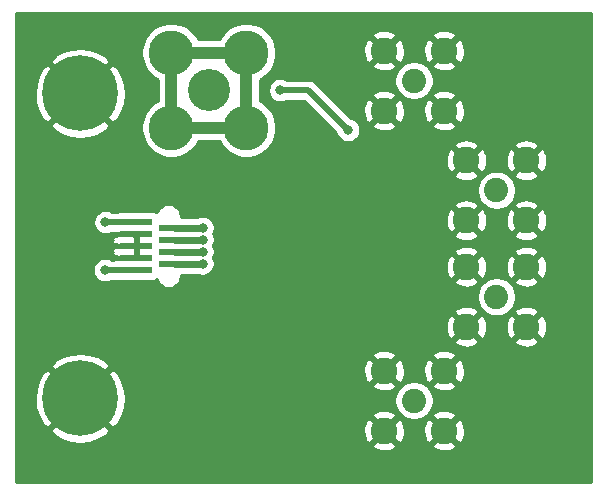
<source format=gbl>
G04 #@! TF.GenerationSoftware,KiCad,Pcbnew,(5.1.12)-1*
G04 #@! TF.CreationDate,2021-12-16T18:12:02+01:00*
G04 #@! TF.ProjectId,eth_mezz_mag_sma,6574685f-6d65-47a7-9a5f-6d61675f736d,rev?*
G04 #@! TF.SameCoordinates,Original*
G04 #@! TF.FileFunction,Copper,L2,Bot*
G04 #@! TF.FilePolarity,Positive*
%FSLAX46Y46*%
G04 Gerber Fmt 4.6, Leading zero omitted, Abs format (unit mm)*
G04 Created by KiCad (PCBNEW (5.1.12)-1) date 2021-12-16 18:12:02*
%MOMM*%
%LPD*%
G01*
G04 APERTURE LIST*
G04 #@! TA.AperFunction,SMDPad,CuDef*
%ADD10R,2.794000X0.609600*%
G04 #@! TD*
G04 #@! TA.AperFunction,ComponentPad*
%ADD11C,2.250000*%
G04 #@! TD*
G04 #@! TA.AperFunction,ComponentPad*
%ADD12C,2.050000*%
G04 #@! TD*
G04 #@! TA.AperFunction,ComponentPad*
%ADD13C,3.810000*%
G04 #@! TD*
G04 #@! TA.AperFunction,ComponentPad*
%ADD14C,3.556000*%
G04 #@! TD*
G04 #@! TA.AperFunction,ComponentPad*
%ADD15C,0.800000*%
G04 #@! TD*
G04 #@! TA.AperFunction,ComponentPad*
%ADD16C,6.400000*%
G04 #@! TD*
G04 #@! TA.AperFunction,ViaPad*
%ADD17C,0.800000*%
G04 #@! TD*
G04 #@! TA.AperFunction,ViaPad*
%ADD18C,1.600000*%
G04 #@! TD*
G04 #@! TA.AperFunction,Conductor*
%ADD19C,0.568540*%
G04 #@! TD*
G04 #@! TA.AperFunction,Conductor*
%ADD20C,1.000000*%
G04 #@! TD*
G04 #@! TA.AperFunction,Conductor*
%ADD21C,0.500000*%
G04 #@! TD*
G04 #@! TA.AperFunction,Conductor*
%ADD22C,0.254000*%
G04 #@! TD*
G04 #@! TA.AperFunction,Conductor*
%ADD23C,0.100000*%
G04 #@! TD*
G04 APERTURE END LIST*
D10*
X107839000Y-78379200D03*
X111141000Y-77879200D03*
X107839000Y-77379200D03*
X111141000Y-76879200D03*
X107839000Y-76379200D03*
X111141000Y-75879200D03*
X107839000Y-75379200D03*
X111141000Y-74879200D03*
X107839000Y-74379200D03*
D11*
X128826200Y-92009800D03*
X128826200Y-86929800D03*
X133906200Y-86929800D03*
X133906200Y-92009800D03*
D12*
X131366200Y-89469800D03*
D11*
X135803200Y-74202800D03*
X135803200Y-69122800D03*
X140883200Y-69122800D03*
X140883200Y-74202800D03*
D12*
X138343200Y-71662800D03*
D11*
X135803200Y-83219800D03*
X135803200Y-78139800D03*
X140883200Y-78139800D03*
X140883200Y-83219800D03*
D12*
X138343200Y-80679800D03*
D11*
X128826200Y-64919800D03*
X128826200Y-59839800D03*
X133906200Y-59839800D03*
X133906200Y-64919800D03*
D12*
X131366200Y-62379800D03*
D13*
X117167600Y-66367600D03*
X110817600Y-66367600D03*
X117167600Y-60017600D03*
D14*
X113992600Y-63192600D03*
D13*
X110817600Y-60017600D03*
D15*
X104793056Y-87581344D03*
X103096000Y-86878400D03*
X101398944Y-87581344D03*
X100696000Y-89278400D03*
X101398944Y-90975456D03*
X103096000Y-91678400D03*
X104793056Y-90975456D03*
X105496000Y-89278400D03*
D16*
X103096000Y-89278400D03*
D15*
X104793056Y-61774944D03*
X103096000Y-61072000D03*
X101398944Y-61774944D03*
X100696000Y-63472000D03*
X101398944Y-65169056D03*
X103096000Y-65872000D03*
X104793056Y-65169056D03*
X105496000Y-63472000D03*
D16*
X103096000Y-63472000D03*
D17*
X133190233Y-77524677D03*
X133027126Y-80513914D03*
X132666200Y-84017366D03*
X132660395Y-82654375D03*
X131409475Y-80323700D03*
X130030907Y-82655146D03*
X130066200Y-84014587D03*
X130426749Y-75690293D03*
X133121105Y-74644745D03*
X132666200Y-67249550D03*
X132666200Y-68872800D03*
X130066200Y-67249550D03*
X130123115Y-72745124D03*
X131257334Y-71820142D03*
X132189650Y-70691504D03*
X129726145Y-69762786D03*
X131650000Y-76800000D03*
X130100000Y-79550000D03*
D18*
X109700000Y-86840000D03*
X117320000Y-86840000D03*
X124940000Y-86840000D03*
X124940000Y-91920000D03*
X117320000Y-91920000D03*
X109700000Y-91920000D03*
X114018000Y-71727000D03*
X140180000Y-61440000D03*
X140180000Y-89380000D03*
X99717800Y-76426000D03*
D17*
X123162000Y-68628200D03*
X116354800Y-75892600D03*
X113459200Y-74850000D03*
X113459200Y-75850000D03*
X113459200Y-77873800D03*
X113459200Y-76857800D03*
X125778200Y-66545400D03*
X120037800Y-63192600D03*
X105229600Y-74368600D03*
X105204200Y-78432600D03*
D19*
X113449100Y-74879200D02*
X113459200Y-74889300D01*
X111141000Y-74879200D02*
X113449100Y-74879200D01*
X113433100Y-75879200D02*
X113459200Y-75905300D01*
X111141000Y-75879200D02*
X113433100Y-75879200D01*
X113453800Y-77879200D02*
X113459200Y-77873800D01*
X111141000Y-77879200D02*
X113453800Y-77879200D01*
X113437800Y-76879200D02*
X113459200Y-76857800D01*
X111141000Y-76879200D02*
X113437800Y-76879200D01*
D20*
X117167600Y-60017600D02*
X110817600Y-60017600D01*
X110817600Y-60017600D02*
X110817600Y-66367600D01*
X110817600Y-66367600D02*
X117167600Y-66367600D01*
X117167600Y-66367600D02*
X117167600Y-60017600D01*
D21*
X122425400Y-63192600D02*
X120037800Y-63192600D01*
X125778200Y-66545400D02*
X122425400Y-63192600D01*
X107828400Y-74368600D02*
X107839000Y-74379200D01*
X105229600Y-74368600D02*
X107828400Y-74368600D01*
X107785600Y-78432600D02*
X107839000Y-78379200D01*
X105204200Y-78432600D02*
X107785600Y-78432600D01*
D22*
X146340001Y-96340000D02*
X97660000Y-96340000D01*
X97660000Y-93234331D01*
X127781274Y-93234331D01*
X127892121Y-93511514D01*
X128203040Y-93664889D01*
X128537905Y-93754660D01*
X128883850Y-93777376D01*
X129227580Y-93732166D01*
X129555885Y-93620766D01*
X129760279Y-93511514D01*
X129871126Y-93234331D01*
X132861274Y-93234331D01*
X132972121Y-93511514D01*
X133283040Y-93664889D01*
X133617905Y-93754660D01*
X133963850Y-93777376D01*
X134307580Y-93732166D01*
X134635885Y-93620766D01*
X134840279Y-93511514D01*
X134951126Y-93234331D01*
X133906200Y-92189405D01*
X132861274Y-93234331D01*
X129871126Y-93234331D01*
X128826200Y-92189405D01*
X127781274Y-93234331D01*
X97660000Y-93234331D01*
X97660000Y-91979281D01*
X100574724Y-91979281D01*
X100934912Y-92468948D01*
X101598882Y-92829249D01*
X102320385Y-93053094D01*
X103071695Y-93131880D01*
X103823938Y-93062578D01*
X104548208Y-92847852D01*
X105216670Y-92495955D01*
X105257088Y-92468948D01*
X105552420Y-92067450D01*
X127058624Y-92067450D01*
X127103834Y-92411180D01*
X127215234Y-92739485D01*
X127324486Y-92943879D01*
X127601669Y-93054726D01*
X128646595Y-92009800D01*
X129005805Y-92009800D01*
X130050731Y-93054726D01*
X130327914Y-92943879D01*
X130481289Y-92632960D01*
X130571060Y-92298095D01*
X130586204Y-92067450D01*
X132138624Y-92067450D01*
X132183834Y-92411180D01*
X132295234Y-92739485D01*
X132404486Y-92943879D01*
X132681669Y-93054726D01*
X133726595Y-92009800D01*
X134085805Y-92009800D01*
X135130731Y-93054726D01*
X135407914Y-92943879D01*
X135561289Y-92632960D01*
X135651060Y-92298095D01*
X135673776Y-91952150D01*
X135628566Y-91608420D01*
X135517166Y-91280115D01*
X135407914Y-91075721D01*
X135130731Y-90964874D01*
X134085805Y-92009800D01*
X133726595Y-92009800D01*
X132681669Y-90964874D01*
X132404486Y-91075721D01*
X132251111Y-91386640D01*
X132161340Y-91721505D01*
X132138624Y-92067450D01*
X130586204Y-92067450D01*
X130593776Y-91952150D01*
X130548566Y-91608420D01*
X130437166Y-91280115D01*
X130327914Y-91075721D01*
X130050731Y-90964874D01*
X129005805Y-92009800D01*
X128646595Y-92009800D01*
X127601669Y-90964874D01*
X127324486Y-91075721D01*
X127171111Y-91386640D01*
X127081340Y-91721505D01*
X127058624Y-92067450D01*
X105552420Y-92067450D01*
X105617276Y-91979281D01*
X103096000Y-89458005D01*
X100574724Y-91979281D01*
X97660000Y-91979281D01*
X97660000Y-89254095D01*
X99242520Y-89254095D01*
X99311822Y-90006338D01*
X99526548Y-90730608D01*
X99878445Y-91399070D01*
X99905452Y-91439488D01*
X100395119Y-91799676D01*
X102916395Y-89278400D01*
X103275605Y-89278400D01*
X105796881Y-91799676D01*
X106286548Y-91439488D01*
X106641557Y-90785269D01*
X127781274Y-90785269D01*
X128826200Y-91830195D01*
X129871126Y-90785269D01*
X129760279Y-90508086D01*
X129449360Y-90354711D01*
X129114495Y-90264940D01*
X128768550Y-90242224D01*
X128424820Y-90287434D01*
X128096515Y-90398834D01*
X127892121Y-90508086D01*
X127781274Y-90785269D01*
X106641557Y-90785269D01*
X106646849Y-90775518D01*
X106870694Y-90054015D01*
X106949102Y-89306304D01*
X129706200Y-89306304D01*
X129706200Y-89633296D01*
X129769993Y-89954004D01*
X129895127Y-90256105D01*
X130076794Y-90527988D01*
X130308012Y-90759206D01*
X130579895Y-90940873D01*
X130881996Y-91066007D01*
X131202704Y-91129800D01*
X131529696Y-91129800D01*
X131850404Y-91066007D01*
X132152505Y-90940873D01*
X132385382Y-90785269D01*
X132861274Y-90785269D01*
X133906200Y-91830195D01*
X134951126Y-90785269D01*
X134840279Y-90508086D01*
X134529360Y-90354711D01*
X134194495Y-90264940D01*
X133848550Y-90242224D01*
X133504820Y-90287434D01*
X133176515Y-90398834D01*
X132972121Y-90508086D01*
X132861274Y-90785269D01*
X132385382Y-90785269D01*
X132424388Y-90759206D01*
X132655606Y-90527988D01*
X132837273Y-90256105D01*
X132962407Y-89954004D01*
X133026200Y-89633296D01*
X133026200Y-89306304D01*
X132962407Y-88985596D01*
X132837273Y-88683495D01*
X132655606Y-88411612D01*
X132424388Y-88180394D01*
X132385383Y-88154331D01*
X132861274Y-88154331D01*
X132972121Y-88431514D01*
X133283040Y-88584889D01*
X133617905Y-88674660D01*
X133963850Y-88697376D01*
X134307580Y-88652166D01*
X134635885Y-88540766D01*
X134840279Y-88431514D01*
X134951126Y-88154331D01*
X133906200Y-87109405D01*
X132861274Y-88154331D01*
X132385383Y-88154331D01*
X132152505Y-87998727D01*
X131850404Y-87873593D01*
X131529696Y-87809800D01*
X131202704Y-87809800D01*
X130881996Y-87873593D01*
X130579895Y-87998727D01*
X130308012Y-88180394D01*
X130076794Y-88411612D01*
X129895127Y-88683495D01*
X129769993Y-88985596D01*
X129706200Y-89306304D01*
X106949102Y-89306304D01*
X106949480Y-89302705D01*
X106880178Y-88550462D01*
X106762737Y-88154331D01*
X127781274Y-88154331D01*
X127892121Y-88431514D01*
X128203040Y-88584889D01*
X128537905Y-88674660D01*
X128883850Y-88697376D01*
X129227580Y-88652166D01*
X129555885Y-88540766D01*
X129760279Y-88431514D01*
X129871126Y-88154331D01*
X128826200Y-87109405D01*
X127781274Y-88154331D01*
X106762737Y-88154331D01*
X106665452Y-87826192D01*
X106313555Y-87157730D01*
X106286548Y-87117312D01*
X106110004Y-86987450D01*
X127058624Y-86987450D01*
X127103834Y-87331180D01*
X127215234Y-87659485D01*
X127324486Y-87863879D01*
X127601669Y-87974726D01*
X128646595Y-86929800D01*
X129005805Y-86929800D01*
X130050731Y-87974726D01*
X130327914Y-87863879D01*
X130481289Y-87552960D01*
X130571060Y-87218095D01*
X130586204Y-86987450D01*
X132138624Y-86987450D01*
X132183834Y-87331180D01*
X132295234Y-87659485D01*
X132404486Y-87863879D01*
X132681669Y-87974726D01*
X133726595Y-86929800D01*
X134085805Y-86929800D01*
X135130731Y-87974726D01*
X135407914Y-87863879D01*
X135561289Y-87552960D01*
X135651060Y-87218095D01*
X135673776Y-86872150D01*
X135628566Y-86528420D01*
X135517166Y-86200115D01*
X135407914Y-85995721D01*
X135130731Y-85884874D01*
X134085805Y-86929800D01*
X133726595Y-86929800D01*
X132681669Y-85884874D01*
X132404486Y-85995721D01*
X132251111Y-86306640D01*
X132161340Y-86641505D01*
X132138624Y-86987450D01*
X130586204Y-86987450D01*
X130593776Y-86872150D01*
X130548566Y-86528420D01*
X130437166Y-86200115D01*
X130327914Y-85995721D01*
X130050731Y-85884874D01*
X129005805Y-86929800D01*
X128646595Y-86929800D01*
X127601669Y-85884874D01*
X127324486Y-85995721D01*
X127171111Y-86306640D01*
X127081340Y-86641505D01*
X127058624Y-86987450D01*
X106110004Y-86987450D01*
X105796881Y-86757124D01*
X103275605Y-89278400D01*
X102916395Y-89278400D01*
X100395119Y-86757124D01*
X99905452Y-87117312D01*
X99545151Y-87781282D01*
X99321306Y-88502785D01*
X99242520Y-89254095D01*
X97660000Y-89254095D01*
X97660000Y-86577519D01*
X100574724Y-86577519D01*
X103096000Y-89098795D01*
X105617276Y-86577519D01*
X105257088Y-86087852D01*
X104593118Y-85727551D01*
X104521299Y-85705269D01*
X127781274Y-85705269D01*
X128826200Y-86750195D01*
X129871126Y-85705269D01*
X132861274Y-85705269D01*
X133906200Y-86750195D01*
X134951126Y-85705269D01*
X134840279Y-85428086D01*
X134529360Y-85274711D01*
X134194495Y-85184940D01*
X133848550Y-85162224D01*
X133504820Y-85207434D01*
X133176515Y-85318834D01*
X132972121Y-85428086D01*
X132861274Y-85705269D01*
X129871126Y-85705269D01*
X129760279Y-85428086D01*
X129449360Y-85274711D01*
X129114495Y-85184940D01*
X128768550Y-85162224D01*
X128424820Y-85207434D01*
X128096515Y-85318834D01*
X127892121Y-85428086D01*
X127781274Y-85705269D01*
X104521299Y-85705269D01*
X103871615Y-85503706D01*
X103120305Y-85424920D01*
X102368062Y-85494222D01*
X101643792Y-85708948D01*
X100975330Y-86060845D01*
X100934912Y-86087852D01*
X100574724Y-86577519D01*
X97660000Y-86577519D01*
X97660000Y-84444331D01*
X134758274Y-84444331D01*
X134869121Y-84721514D01*
X135180040Y-84874889D01*
X135514905Y-84964660D01*
X135860850Y-84987376D01*
X136204580Y-84942166D01*
X136532885Y-84830766D01*
X136737279Y-84721514D01*
X136848126Y-84444331D01*
X139838274Y-84444331D01*
X139949121Y-84721514D01*
X140260040Y-84874889D01*
X140594905Y-84964660D01*
X140940850Y-84987376D01*
X141284580Y-84942166D01*
X141612885Y-84830766D01*
X141817279Y-84721514D01*
X141928126Y-84444331D01*
X140883200Y-83399405D01*
X139838274Y-84444331D01*
X136848126Y-84444331D01*
X135803200Y-83399405D01*
X134758274Y-84444331D01*
X97660000Y-84444331D01*
X97660000Y-83277450D01*
X134035624Y-83277450D01*
X134080834Y-83621180D01*
X134192234Y-83949485D01*
X134301486Y-84153879D01*
X134578669Y-84264726D01*
X135623595Y-83219800D01*
X135982805Y-83219800D01*
X137027731Y-84264726D01*
X137304914Y-84153879D01*
X137458289Y-83842960D01*
X137548060Y-83508095D01*
X137563204Y-83277450D01*
X139115624Y-83277450D01*
X139160834Y-83621180D01*
X139272234Y-83949485D01*
X139381486Y-84153879D01*
X139658669Y-84264726D01*
X140703595Y-83219800D01*
X141062805Y-83219800D01*
X142107731Y-84264726D01*
X142384914Y-84153879D01*
X142538289Y-83842960D01*
X142628060Y-83508095D01*
X142650776Y-83162150D01*
X142605566Y-82818420D01*
X142494166Y-82490115D01*
X142384914Y-82285721D01*
X142107731Y-82174874D01*
X141062805Y-83219800D01*
X140703595Y-83219800D01*
X139658669Y-82174874D01*
X139381486Y-82285721D01*
X139228111Y-82596640D01*
X139138340Y-82931505D01*
X139115624Y-83277450D01*
X137563204Y-83277450D01*
X137570776Y-83162150D01*
X137525566Y-82818420D01*
X137414166Y-82490115D01*
X137304914Y-82285721D01*
X137027731Y-82174874D01*
X135982805Y-83219800D01*
X135623595Y-83219800D01*
X134578669Y-82174874D01*
X134301486Y-82285721D01*
X134148111Y-82596640D01*
X134058340Y-82931505D01*
X134035624Y-83277450D01*
X97660000Y-83277450D01*
X97660000Y-81995269D01*
X134758274Y-81995269D01*
X135803200Y-83040195D01*
X136848126Y-81995269D01*
X136737279Y-81718086D01*
X136426360Y-81564711D01*
X136091495Y-81474940D01*
X135745550Y-81452224D01*
X135401820Y-81497434D01*
X135073515Y-81608834D01*
X134869121Y-81718086D01*
X134758274Y-81995269D01*
X97660000Y-81995269D01*
X97660000Y-80516304D01*
X136683200Y-80516304D01*
X136683200Y-80843296D01*
X136746993Y-81164004D01*
X136872127Y-81466105D01*
X137053794Y-81737988D01*
X137285012Y-81969206D01*
X137556895Y-82150873D01*
X137858996Y-82276007D01*
X138179704Y-82339800D01*
X138506696Y-82339800D01*
X138827404Y-82276007D01*
X139129505Y-82150873D01*
X139362382Y-81995269D01*
X139838274Y-81995269D01*
X140883200Y-83040195D01*
X141928126Y-81995269D01*
X141817279Y-81718086D01*
X141506360Y-81564711D01*
X141171495Y-81474940D01*
X140825550Y-81452224D01*
X140481820Y-81497434D01*
X140153515Y-81608834D01*
X139949121Y-81718086D01*
X139838274Y-81995269D01*
X139362382Y-81995269D01*
X139401388Y-81969206D01*
X139632606Y-81737988D01*
X139814273Y-81466105D01*
X139939407Y-81164004D01*
X140003200Y-80843296D01*
X140003200Y-80516304D01*
X139939407Y-80195596D01*
X139814273Y-79893495D01*
X139632606Y-79621612D01*
X139401388Y-79390394D01*
X139362383Y-79364331D01*
X139838274Y-79364331D01*
X139949121Y-79641514D01*
X140260040Y-79794889D01*
X140594905Y-79884660D01*
X140940850Y-79907376D01*
X141284580Y-79862166D01*
X141612885Y-79750766D01*
X141817279Y-79641514D01*
X141928126Y-79364331D01*
X140883200Y-78319405D01*
X139838274Y-79364331D01*
X139362383Y-79364331D01*
X139129505Y-79208727D01*
X138827404Y-79083593D01*
X138506696Y-79019800D01*
X138179704Y-79019800D01*
X137858996Y-79083593D01*
X137556895Y-79208727D01*
X137285012Y-79390394D01*
X137053794Y-79621612D01*
X136872127Y-79893495D01*
X136746993Y-80195596D01*
X136683200Y-80516304D01*
X97660000Y-80516304D01*
X97660000Y-78330661D01*
X104169200Y-78330661D01*
X104169200Y-78534539D01*
X104208974Y-78734498D01*
X104286995Y-78922856D01*
X104400263Y-79092374D01*
X104544426Y-79236537D01*
X104713944Y-79349805D01*
X104902302Y-79427826D01*
X105102261Y-79467600D01*
X105306139Y-79467600D01*
X105506098Y-79427826D01*
X105694456Y-79349805D01*
X105742654Y-79317600D01*
X106396594Y-79317600D01*
X106442000Y-79322072D01*
X109236000Y-79322072D01*
X109360482Y-79309812D01*
X109480180Y-79273502D01*
X109590494Y-79214537D01*
X109595019Y-79210824D01*
X109672615Y-79398156D01*
X109785883Y-79567674D01*
X109930046Y-79711837D01*
X110099564Y-79825105D01*
X110287922Y-79903126D01*
X110487881Y-79942900D01*
X110691759Y-79942900D01*
X110891718Y-79903126D01*
X111080076Y-79825105D01*
X111249594Y-79711837D01*
X111393757Y-79567674D01*
X111507025Y-79398156D01*
X111521035Y-79364331D01*
X134758274Y-79364331D01*
X134869121Y-79641514D01*
X135180040Y-79794889D01*
X135514905Y-79884660D01*
X135860850Y-79907376D01*
X136204580Y-79862166D01*
X136532885Y-79750766D01*
X136737279Y-79641514D01*
X136848126Y-79364331D01*
X135803200Y-78319405D01*
X134758274Y-79364331D01*
X111521035Y-79364331D01*
X111585046Y-79209798D01*
X111624820Y-79009839D01*
X111624820Y-78822072D01*
X112538000Y-78822072D01*
X112662482Y-78809812D01*
X112699872Y-78798470D01*
X112986966Y-78798470D01*
X113157302Y-78869026D01*
X113357261Y-78908800D01*
X113561139Y-78908800D01*
X113761098Y-78869026D01*
X113949456Y-78791005D01*
X114118974Y-78677737D01*
X114263137Y-78533574D01*
X114376405Y-78364056D01*
X114445415Y-78197450D01*
X134035624Y-78197450D01*
X134080834Y-78541180D01*
X134192234Y-78869485D01*
X134301486Y-79073879D01*
X134578669Y-79184726D01*
X135623595Y-78139800D01*
X135982805Y-78139800D01*
X137027731Y-79184726D01*
X137304914Y-79073879D01*
X137458289Y-78762960D01*
X137548060Y-78428095D01*
X137563204Y-78197450D01*
X139115624Y-78197450D01*
X139160834Y-78541180D01*
X139272234Y-78869485D01*
X139381486Y-79073879D01*
X139658669Y-79184726D01*
X140703595Y-78139800D01*
X141062805Y-78139800D01*
X142107731Y-79184726D01*
X142384914Y-79073879D01*
X142538289Y-78762960D01*
X142628060Y-78428095D01*
X142650776Y-78082150D01*
X142605566Y-77738420D01*
X142494166Y-77410115D01*
X142384914Y-77205721D01*
X142107731Y-77094874D01*
X141062805Y-78139800D01*
X140703595Y-78139800D01*
X139658669Y-77094874D01*
X139381486Y-77205721D01*
X139228111Y-77516640D01*
X139138340Y-77851505D01*
X139115624Y-78197450D01*
X137563204Y-78197450D01*
X137570776Y-78082150D01*
X137525566Y-77738420D01*
X137414166Y-77410115D01*
X137304914Y-77205721D01*
X137027731Y-77094874D01*
X135982805Y-78139800D01*
X135623595Y-78139800D01*
X134578669Y-77094874D01*
X134301486Y-77205721D01*
X134148111Y-77516640D01*
X134058340Y-77851505D01*
X134035624Y-78197450D01*
X114445415Y-78197450D01*
X114454426Y-78175698D01*
X114494200Y-77975739D01*
X114494200Y-77771861D01*
X114454426Y-77571902D01*
X114376405Y-77383544D01*
X114364549Y-77365800D01*
X114376405Y-77348056D01*
X114454426Y-77159698D01*
X114494200Y-76959739D01*
X114494200Y-76915269D01*
X134758274Y-76915269D01*
X135803200Y-77960195D01*
X136848126Y-76915269D01*
X139838274Y-76915269D01*
X140883200Y-77960195D01*
X141928126Y-76915269D01*
X141817279Y-76638086D01*
X141506360Y-76484711D01*
X141171495Y-76394940D01*
X140825550Y-76372224D01*
X140481820Y-76417434D01*
X140153515Y-76528834D01*
X139949121Y-76638086D01*
X139838274Y-76915269D01*
X136848126Y-76915269D01*
X136737279Y-76638086D01*
X136426360Y-76484711D01*
X136091495Y-76394940D01*
X135745550Y-76372224D01*
X135401820Y-76417434D01*
X135073515Y-76528834D01*
X134869121Y-76638086D01*
X134758274Y-76915269D01*
X114494200Y-76915269D01*
X114494200Y-76755861D01*
X114454426Y-76555902D01*
X114376405Y-76367544D01*
X114367288Y-76353900D01*
X114376405Y-76340256D01*
X114454426Y-76151898D01*
X114494200Y-75951939D01*
X114494200Y-75748061D01*
X114454426Y-75548102D01*
X114404401Y-75427331D01*
X134758274Y-75427331D01*
X134869121Y-75704514D01*
X135180040Y-75857889D01*
X135514905Y-75947660D01*
X135860850Y-75970376D01*
X136204580Y-75925166D01*
X136532885Y-75813766D01*
X136737279Y-75704514D01*
X136848126Y-75427331D01*
X139838274Y-75427331D01*
X139949121Y-75704514D01*
X140260040Y-75857889D01*
X140594905Y-75947660D01*
X140940850Y-75970376D01*
X141284580Y-75925166D01*
X141612885Y-75813766D01*
X141817279Y-75704514D01*
X141928126Y-75427331D01*
X140883200Y-74382405D01*
X139838274Y-75427331D01*
X136848126Y-75427331D01*
X135803200Y-74382405D01*
X134758274Y-75427331D01*
X114404401Y-75427331D01*
X114376405Y-75359744D01*
X114369894Y-75350000D01*
X114376405Y-75340256D01*
X114454426Y-75151898D01*
X114494200Y-74951939D01*
X114494200Y-74748061D01*
X114454426Y-74548102D01*
X114376405Y-74359744D01*
X114310060Y-74260450D01*
X134035624Y-74260450D01*
X134080834Y-74604180D01*
X134192234Y-74932485D01*
X134301486Y-75136879D01*
X134578669Y-75247726D01*
X135623595Y-74202800D01*
X135982805Y-74202800D01*
X137027731Y-75247726D01*
X137304914Y-75136879D01*
X137458289Y-74825960D01*
X137548060Y-74491095D01*
X137563204Y-74260450D01*
X139115624Y-74260450D01*
X139160834Y-74604180D01*
X139272234Y-74932485D01*
X139381486Y-75136879D01*
X139658669Y-75247726D01*
X140703595Y-74202800D01*
X141062805Y-74202800D01*
X142107731Y-75247726D01*
X142384914Y-75136879D01*
X142538289Y-74825960D01*
X142628060Y-74491095D01*
X142650776Y-74145150D01*
X142605566Y-73801420D01*
X142494166Y-73473115D01*
X142384914Y-73268721D01*
X142107731Y-73157874D01*
X141062805Y-74202800D01*
X140703595Y-74202800D01*
X139658669Y-73157874D01*
X139381486Y-73268721D01*
X139228111Y-73579640D01*
X139138340Y-73914505D01*
X139115624Y-74260450D01*
X137563204Y-74260450D01*
X137570776Y-74145150D01*
X137525566Y-73801420D01*
X137414166Y-73473115D01*
X137304914Y-73268721D01*
X137027731Y-73157874D01*
X135982805Y-74202800D01*
X135623595Y-74202800D01*
X134578669Y-73157874D01*
X134301486Y-73268721D01*
X134148111Y-73579640D01*
X134058340Y-73914505D01*
X134035624Y-74260450D01*
X114310060Y-74260450D01*
X114263137Y-74190226D01*
X114118974Y-74046063D01*
X113949456Y-73932795D01*
X113761098Y-73854774D01*
X113561139Y-73815000D01*
X113357261Y-73815000D01*
X113157302Y-73854774D01*
X112968944Y-73932795D01*
X112928333Y-73959930D01*
X112699872Y-73959930D01*
X112662482Y-73948588D01*
X112538000Y-73936328D01*
X111624820Y-73936328D01*
X111624820Y-73748561D01*
X111585046Y-73548602D01*
X111507025Y-73360244D01*
X111393757Y-73190726D01*
X111249594Y-73046563D01*
X111147385Y-72978269D01*
X134758274Y-72978269D01*
X135803200Y-74023195D01*
X136848126Y-72978269D01*
X136737279Y-72701086D01*
X136426360Y-72547711D01*
X136091495Y-72457940D01*
X135745550Y-72435224D01*
X135401820Y-72480434D01*
X135073515Y-72591834D01*
X134869121Y-72701086D01*
X134758274Y-72978269D01*
X111147385Y-72978269D01*
X111080076Y-72933295D01*
X110891718Y-72855274D01*
X110691759Y-72815500D01*
X110487881Y-72815500D01*
X110287922Y-72855274D01*
X110099564Y-72933295D01*
X109930046Y-73046563D01*
X109785883Y-73190726D01*
X109672615Y-73360244D01*
X109595019Y-73547576D01*
X109590494Y-73543863D01*
X109480180Y-73484898D01*
X109360482Y-73448588D01*
X109236000Y-73436328D01*
X106442000Y-73436328D01*
X106317518Y-73448588D01*
X106202099Y-73483600D01*
X105768054Y-73483600D01*
X105719856Y-73451395D01*
X105531498Y-73373374D01*
X105331539Y-73333600D01*
X105127661Y-73333600D01*
X104927702Y-73373374D01*
X104739344Y-73451395D01*
X104569826Y-73564663D01*
X104425663Y-73708826D01*
X104312395Y-73878344D01*
X104234374Y-74066702D01*
X104194600Y-74266661D01*
X104194600Y-74470539D01*
X104234374Y-74670498D01*
X104312395Y-74858856D01*
X104425663Y-75028374D01*
X104569826Y-75172537D01*
X104739344Y-75285805D01*
X104927702Y-75363826D01*
X105127661Y-75403600D01*
X105331539Y-75403600D01*
X105531498Y-75363826D01*
X105719856Y-75285805D01*
X105768054Y-75253600D01*
X106160587Y-75253600D01*
X106197820Y-75273502D01*
X106317518Y-75309812D01*
X106442000Y-75322072D01*
X107986000Y-75322072D01*
X107986000Y-75506200D01*
X107966000Y-75506200D01*
X107966000Y-76252200D01*
X107986000Y-76252200D01*
X107986000Y-76506200D01*
X107966000Y-76506200D01*
X107966000Y-77252200D01*
X107986000Y-77252200D01*
X107986000Y-77436328D01*
X106442000Y-77436328D01*
X106317518Y-77448588D01*
X106197820Y-77484898D01*
X106157967Y-77506200D01*
X105965750Y-77506200D01*
X105924350Y-77547600D01*
X105742654Y-77547600D01*
X105694456Y-77515395D01*
X105506098Y-77437374D01*
X105306139Y-77397600D01*
X105102261Y-77397600D01*
X104902302Y-77437374D01*
X104713944Y-77515395D01*
X104544426Y-77628663D01*
X104400263Y-77772826D01*
X104286995Y-77942344D01*
X104208974Y-78130702D01*
X104169200Y-78330661D01*
X97660000Y-78330661D01*
X97660000Y-76684000D01*
X105803928Y-76684000D01*
X105816188Y-76808482D01*
X105837640Y-76879200D01*
X105816188Y-76949918D01*
X105803928Y-77074400D01*
X105807000Y-77093450D01*
X105965750Y-77252200D01*
X106157967Y-77252200D01*
X106197820Y-77273502D01*
X106317518Y-77309812D01*
X106442000Y-77322072D01*
X107553250Y-77319000D01*
X107620050Y-77252200D01*
X107712000Y-77252200D01*
X107712000Y-76506200D01*
X107620050Y-76506200D01*
X107553250Y-76439400D01*
X106442000Y-76436328D01*
X106317518Y-76448588D01*
X106197820Y-76484898D01*
X106157967Y-76506200D01*
X105965750Y-76506200D01*
X105807000Y-76664950D01*
X105803928Y-76684000D01*
X97660000Y-76684000D01*
X97660000Y-75684000D01*
X105803928Y-75684000D01*
X105816188Y-75808482D01*
X105837640Y-75879200D01*
X105816188Y-75949918D01*
X105803928Y-76074400D01*
X105807000Y-76093450D01*
X105965750Y-76252200D01*
X106157967Y-76252200D01*
X106197820Y-76273502D01*
X106317518Y-76309812D01*
X106442000Y-76322072D01*
X107553250Y-76319000D01*
X107620050Y-76252200D01*
X107712000Y-76252200D01*
X107712000Y-75506200D01*
X107620050Y-75506200D01*
X107553250Y-75439400D01*
X106442000Y-75436328D01*
X106317518Y-75448588D01*
X106197820Y-75484898D01*
X106157967Y-75506200D01*
X105965750Y-75506200D01*
X105807000Y-75664950D01*
X105803928Y-75684000D01*
X97660000Y-75684000D01*
X97660000Y-71499304D01*
X136683200Y-71499304D01*
X136683200Y-71826296D01*
X136746993Y-72147004D01*
X136872127Y-72449105D01*
X137053794Y-72720988D01*
X137285012Y-72952206D01*
X137556895Y-73133873D01*
X137858996Y-73259007D01*
X138179704Y-73322800D01*
X138506696Y-73322800D01*
X138827404Y-73259007D01*
X139129505Y-73133873D01*
X139362382Y-72978269D01*
X139838274Y-72978269D01*
X140883200Y-74023195D01*
X141928126Y-72978269D01*
X141817279Y-72701086D01*
X141506360Y-72547711D01*
X141171495Y-72457940D01*
X140825550Y-72435224D01*
X140481820Y-72480434D01*
X140153515Y-72591834D01*
X139949121Y-72701086D01*
X139838274Y-72978269D01*
X139362382Y-72978269D01*
X139401388Y-72952206D01*
X139632606Y-72720988D01*
X139814273Y-72449105D01*
X139939407Y-72147004D01*
X140003200Y-71826296D01*
X140003200Y-71499304D01*
X139939407Y-71178596D01*
X139814273Y-70876495D01*
X139632606Y-70604612D01*
X139401388Y-70373394D01*
X139362383Y-70347331D01*
X139838274Y-70347331D01*
X139949121Y-70624514D01*
X140260040Y-70777889D01*
X140594905Y-70867660D01*
X140940850Y-70890376D01*
X141284580Y-70845166D01*
X141612885Y-70733766D01*
X141817279Y-70624514D01*
X141928126Y-70347331D01*
X140883200Y-69302405D01*
X139838274Y-70347331D01*
X139362383Y-70347331D01*
X139129505Y-70191727D01*
X138827404Y-70066593D01*
X138506696Y-70002800D01*
X138179704Y-70002800D01*
X137858996Y-70066593D01*
X137556895Y-70191727D01*
X137285012Y-70373394D01*
X137053794Y-70604612D01*
X136872127Y-70876495D01*
X136746993Y-71178596D01*
X136683200Y-71499304D01*
X97660000Y-71499304D01*
X97660000Y-70347331D01*
X134758274Y-70347331D01*
X134869121Y-70624514D01*
X135180040Y-70777889D01*
X135514905Y-70867660D01*
X135860850Y-70890376D01*
X136204580Y-70845166D01*
X136532885Y-70733766D01*
X136737279Y-70624514D01*
X136848126Y-70347331D01*
X135803200Y-69302405D01*
X134758274Y-70347331D01*
X97660000Y-70347331D01*
X97660000Y-69180450D01*
X134035624Y-69180450D01*
X134080834Y-69524180D01*
X134192234Y-69852485D01*
X134301486Y-70056879D01*
X134578669Y-70167726D01*
X135623595Y-69122800D01*
X135982805Y-69122800D01*
X137027731Y-70167726D01*
X137304914Y-70056879D01*
X137458289Y-69745960D01*
X137548060Y-69411095D01*
X137563204Y-69180450D01*
X139115624Y-69180450D01*
X139160834Y-69524180D01*
X139272234Y-69852485D01*
X139381486Y-70056879D01*
X139658669Y-70167726D01*
X140703595Y-69122800D01*
X141062805Y-69122800D01*
X142107731Y-70167726D01*
X142384914Y-70056879D01*
X142538289Y-69745960D01*
X142628060Y-69411095D01*
X142650776Y-69065150D01*
X142605566Y-68721420D01*
X142494166Y-68393115D01*
X142384914Y-68188721D01*
X142107731Y-68077874D01*
X141062805Y-69122800D01*
X140703595Y-69122800D01*
X139658669Y-68077874D01*
X139381486Y-68188721D01*
X139228111Y-68499640D01*
X139138340Y-68834505D01*
X139115624Y-69180450D01*
X137563204Y-69180450D01*
X137570776Y-69065150D01*
X137525566Y-68721420D01*
X137414166Y-68393115D01*
X137304914Y-68188721D01*
X137027731Y-68077874D01*
X135982805Y-69122800D01*
X135623595Y-69122800D01*
X134578669Y-68077874D01*
X134301486Y-68188721D01*
X134148111Y-68499640D01*
X134058340Y-68834505D01*
X134035624Y-69180450D01*
X97660000Y-69180450D01*
X97660000Y-66172881D01*
X100574724Y-66172881D01*
X100934912Y-66662548D01*
X101598882Y-67022849D01*
X102320385Y-67246694D01*
X103071695Y-67325480D01*
X103823938Y-67256178D01*
X104548208Y-67041452D01*
X105216670Y-66689555D01*
X105257088Y-66662548D01*
X105617276Y-66172881D01*
X103096000Y-63651605D01*
X100574724Y-66172881D01*
X97660000Y-66172881D01*
X97660000Y-63447695D01*
X99242520Y-63447695D01*
X99311822Y-64199938D01*
X99526548Y-64924208D01*
X99878445Y-65592670D01*
X99905452Y-65633088D01*
X100395119Y-65993276D01*
X102916395Y-63472000D01*
X103275605Y-63472000D01*
X105796881Y-65993276D01*
X106286548Y-65633088D01*
X106646849Y-64969118D01*
X106870694Y-64247615D01*
X106949480Y-63496305D01*
X106880178Y-62744062D01*
X106665452Y-62019792D01*
X106313555Y-61351330D01*
X106286548Y-61310912D01*
X105796881Y-60950724D01*
X103275605Y-63472000D01*
X102916395Y-63472000D01*
X100395119Y-60950724D01*
X99905452Y-61310912D01*
X99545151Y-61974882D01*
X99321306Y-62696385D01*
X99242520Y-63447695D01*
X97660000Y-63447695D01*
X97660000Y-60771119D01*
X100574724Y-60771119D01*
X103096000Y-63292395D01*
X105617276Y-60771119D01*
X105257088Y-60281452D01*
X104593118Y-59921151D01*
X104097647Y-59767432D01*
X108277600Y-59767432D01*
X108277600Y-60267768D01*
X108375211Y-60758491D01*
X108566681Y-61220741D01*
X108844653Y-61636756D01*
X109198444Y-61990547D01*
X109614459Y-62268519D01*
X109682600Y-62296744D01*
X109682601Y-64088456D01*
X109614459Y-64116681D01*
X109198444Y-64394653D01*
X108844653Y-64748444D01*
X108566681Y-65164459D01*
X108375211Y-65626709D01*
X108277600Y-66117432D01*
X108277600Y-66617768D01*
X108375211Y-67108491D01*
X108566681Y-67570741D01*
X108844653Y-67986756D01*
X109198444Y-68340547D01*
X109614459Y-68618519D01*
X110076709Y-68809989D01*
X110567432Y-68907600D01*
X111067768Y-68907600D01*
X111558491Y-68809989D01*
X112020741Y-68618519D01*
X112436756Y-68340547D01*
X112790547Y-67986756D01*
X113068519Y-67570741D01*
X113096744Y-67502600D01*
X114888456Y-67502600D01*
X114916681Y-67570741D01*
X115194653Y-67986756D01*
X115548444Y-68340547D01*
X115964459Y-68618519D01*
X116426709Y-68809989D01*
X116917432Y-68907600D01*
X117417768Y-68907600D01*
X117908491Y-68809989D01*
X118370741Y-68618519D01*
X118786756Y-68340547D01*
X119140547Y-67986756D01*
X119199672Y-67898269D01*
X134758274Y-67898269D01*
X135803200Y-68943195D01*
X136848126Y-67898269D01*
X139838274Y-67898269D01*
X140883200Y-68943195D01*
X141928126Y-67898269D01*
X141817279Y-67621086D01*
X141506360Y-67467711D01*
X141171495Y-67377940D01*
X140825550Y-67355224D01*
X140481820Y-67400434D01*
X140153515Y-67511834D01*
X139949121Y-67621086D01*
X139838274Y-67898269D01*
X136848126Y-67898269D01*
X136737279Y-67621086D01*
X136426360Y-67467711D01*
X136091495Y-67377940D01*
X135745550Y-67355224D01*
X135401820Y-67400434D01*
X135073515Y-67511834D01*
X134869121Y-67621086D01*
X134758274Y-67898269D01*
X119199672Y-67898269D01*
X119418519Y-67570741D01*
X119609989Y-67108491D01*
X119707600Y-66617768D01*
X119707600Y-66117432D01*
X119609989Y-65626709D01*
X119418519Y-65164459D01*
X119140547Y-64748444D01*
X118786756Y-64394653D01*
X118370741Y-64116681D01*
X118302600Y-64088456D01*
X118302600Y-63090661D01*
X119002800Y-63090661D01*
X119002800Y-63294539D01*
X119042574Y-63494498D01*
X119120595Y-63682856D01*
X119233863Y-63852374D01*
X119378026Y-63996537D01*
X119547544Y-64109805D01*
X119735902Y-64187826D01*
X119935861Y-64227600D01*
X120139739Y-64227600D01*
X120339698Y-64187826D01*
X120528056Y-64109805D01*
X120576254Y-64077600D01*
X122058822Y-64077600D01*
X124771665Y-66790444D01*
X124782974Y-66847298D01*
X124860995Y-67035656D01*
X124974263Y-67205174D01*
X125118426Y-67349337D01*
X125287944Y-67462605D01*
X125476302Y-67540626D01*
X125676261Y-67580400D01*
X125880139Y-67580400D01*
X126080098Y-67540626D01*
X126268456Y-67462605D01*
X126437974Y-67349337D01*
X126582137Y-67205174D01*
X126695405Y-67035656D01*
X126773426Y-66847298D01*
X126813200Y-66647339D01*
X126813200Y-66443461D01*
X126773426Y-66243502D01*
X126732348Y-66144331D01*
X127781274Y-66144331D01*
X127892121Y-66421514D01*
X128203040Y-66574889D01*
X128537905Y-66664660D01*
X128883850Y-66687376D01*
X129227580Y-66642166D01*
X129555885Y-66530766D01*
X129760279Y-66421514D01*
X129871126Y-66144331D01*
X132861274Y-66144331D01*
X132972121Y-66421514D01*
X133283040Y-66574889D01*
X133617905Y-66664660D01*
X133963850Y-66687376D01*
X134307580Y-66642166D01*
X134635885Y-66530766D01*
X134840279Y-66421514D01*
X134951126Y-66144331D01*
X133906200Y-65099405D01*
X132861274Y-66144331D01*
X129871126Y-66144331D01*
X128826200Y-65099405D01*
X127781274Y-66144331D01*
X126732348Y-66144331D01*
X126695405Y-66055144D01*
X126582137Y-65885626D01*
X126437974Y-65741463D01*
X126268456Y-65628195D01*
X126080098Y-65550174D01*
X126023244Y-65538865D01*
X125461829Y-64977450D01*
X127058624Y-64977450D01*
X127103834Y-65321180D01*
X127215234Y-65649485D01*
X127324486Y-65853879D01*
X127601669Y-65964726D01*
X128646595Y-64919800D01*
X129005805Y-64919800D01*
X130050731Y-65964726D01*
X130327914Y-65853879D01*
X130481289Y-65542960D01*
X130571060Y-65208095D01*
X130586204Y-64977450D01*
X132138624Y-64977450D01*
X132183834Y-65321180D01*
X132295234Y-65649485D01*
X132404486Y-65853879D01*
X132681669Y-65964726D01*
X133726595Y-64919800D01*
X134085805Y-64919800D01*
X135130731Y-65964726D01*
X135407914Y-65853879D01*
X135561289Y-65542960D01*
X135651060Y-65208095D01*
X135673776Y-64862150D01*
X135628566Y-64518420D01*
X135517166Y-64190115D01*
X135407914Y-63985721D01*
X135130731Y-63874874D01*
X134085805Y-64919800D01*
X133726595Y-64919800D01*
X132681669Y-63874874D01*
X132404486Y-63985721D01*
X132251111Y-64296640D01*
X132161340Y-64631505D01*
X132138624Y-64977450D01*
X130586204Y-64977450D01*
X130593776Y-64862150D01*
X130548566Y-64518420D01*
X130437166Y-64190115D01*
X130327914Y-63985721D01*
X130050731Y-63874874D01*
X129005805Y-64919800D01*
X128646595Y-64919800D01*
X127601669Y-63874874D01*
X127324486Y-63985721D01*
X127171111Y-64296640D01*
X127081340Y-64631505D01*
X127058624Y-64977450D01*
X125461829Y-64977450D01*
X124179648Y-63695269D01*
X127781274Y-63695269D01*
X128826200Y-64740195D01*
X129871126Y-63695269D01*
X129760279Y-63418086D01*
X129449360Y-63264711D01*
X129114495Y-63174940D01*
X128768550Y-63152224D01*
X128424820Y-63197434D01*
X128096515Y-63308834D01*
X127892121Y-63418086D01*
X127781274Y-63695269D01*
X124179648Y-63695269D01*
X123081934Y-62597556D01*
X123054217Y-62563783D01*
X122919459Y-62453189D01*
X122765713Y-62371011D01*
X122598890Y-62320405D01*
X122468877Y-62307600D01*
X122468869Y-62307600D01*
X122425400Y-62303319D01*
X122381931Y-62307600D01*
X120576254Y-62307600D01*
X120528056Y-62275395D01*
X120385399Y-62216304D01*
X129706200Y-62216304D01*
X129706200Y-62543296D01*
X129769993Y-62864004D01*
X129895127Y-63166105D01*
X130076794Y-63437988D01*
X130308012Y-63669206D01*
X130579895Y-63850873D01*
X130881996Y-63976007D01*
X131202704Y-64039800D01*
X131529696Y-64039800D01*
X131850404Y-63976007D01*
X132152505Y-63850873D01*
X132385382Y-63695269D01*
X132861274Y-63695269D01*
X133906200Y-64740195D01*
X134951126Y-63695269D01*
X134840279Y-63418086D01*
X134529360Y-63264711D01*
X134194495Y-63174940D01*
X133848550Y-63152224D01*
X133504820Y-63197434D01*
X133176515Y-63308834D01*
X132972121Y-63418086D01*
X132861274Y-63695269D01*
X132385382Y-63695269D01*
X132424388Y-63669206D01*
X132655606Y-63437988D01*
X132837273Y-63166105D01*
X132962407Y-62864004D01*
X133026200Y-62543296D01*
X133026200Y-62216304D01*
X132962407Y-61895596D01*
X132837273Y-61593495D01*
X132655606Y-61321612D01*
X132424388Y-61090394D01*
X132385383Y-61064331D01*
X132861274Y-61064331D01*
X132972121Y-61341514D01*
X133283040Y-61494889D01*
X133617905Y-61584660D01*
X133963850Y-61607376D01*
X134307580Y-61562166D01*
X134635885Y-61450766D01*
X134840279Y-61341514D01*
X134951126Y-61064331D01*
X133906200Y-60019405D01*
X132861274Y-61064331D01*
X132385383Y-61064331D01*
X132152505Y-60908727D01*
X131850404Y-60783593D01*
X131529696Y-60719800D01*
X131202704Y-60719800D01*
X130881996Y-60783593D01*
X130579895Y-60908727D01*
X130308012Y-61090394D01*
X130076794Y-61321612D01*
X129895127Y-61593495D01*
X129769993Y-61895596D01*
X129706200Y-62216304D01*
X120385399Y-62216304D01*
X120339698Y-62197374D01*
X120139739Y-62157600D01*
X119935861Y-62157600D01*
X119735902Y-62197374D01*
X119547544Y-62275395D01*
X119378026Y-62388663D01*
X119233863Y-62532826D01*
X119120595Y-62702344D01*
X119042574Y-62890702D01*
X119002800Y-63090661D01*
X118302600Y-63090661D01*
X118302600Y-62296744D01*
X118370741Y-62268519D01*
X118786756Y-61990547D01*
X119140547Y-61636756D01*
X119418519Y-61220741D01*
X119483306Y-61064331D01*
X127781274Y-61064331D01*
X127892121Y-61341514D01*
X128203040Y-61494889D01*
X128537905Y-61584660D01*
X128883850Y-61607376D01*
X129227580Y-61562166D01*
X129555885Y-61450766D01*
X129760279Y-61341514D01*
X129871126Y-61064331D01*
X128826200Y-60019405D01*
X127781274Y-61064331D01*
X119483306Y-61064331D01*
X119609989Y-60758491D01*
X119707600Y-60267768D01*
X119707600Y-59897450D01*
X127058624Y-59897450D01*
X127103834Y-60241180D01*
X127215234Y-60569485D01*
X127324486Y-60773879D01*
X127601669Y-60884726D01*
X128646595Y-59839800D01*
X129005805Y-59839800D01*
X130050731Y-60884726D01*
X130327914Y-60773879D01*
X130481289Y-60462960D01*
X130571060Y-60128095D01*
X130586204Y-59897450D01*
X132138624Y-59897450D01*
X132183834Y-60241180D01*
X132295234Y-60569485D01*
X132404486Y-60773879D01*
X132681669Y-60884726D01*
X133726595Y-59839800D01*
X134085805Y-59839800D01*
X135130731Y-60884726D01*
X135407914Y-60773879D01*
X135561289Y-60462960D01*
X135651060Y-60128095D01*
X135673776Y-59782150D01*
X135628566Y-59438420D01*
X135517166Y-59110115D01*
X135407914Y-58905721D01*
X135130731Y-58794874D01*
X134085805Y-59839800D01*
X133726595Y-59839800D01*
X132681669Y-58794874D01*
X132404486Y-58905721D01*
X132251111Y-59216640D01*
X132161340Y-59551505D01*
X132138624Y-59897450D01*
X130586204Y-59897450D01*
X130593776Y-59782150D01*
X130548566Y-59438420D01*
X130437166Y-59110115D01*
X130327914Y-58905721D01*
X130050731Y-58794874D01*
X129005805Y-59839800D01*
X128646595Y-59839800D01*
X127601669Y-58794874D01*
X127324486Y-58905721D01*
X127171111Y-59216640D01*
X127081340Y-59551505D01*
X127058624Y-59897450D01*
X119707600Y-59897450D01*
X119707600Y-59767432D01*
X119609989Y-59276709D01*
X119418519Y-58814459D01*
X119285425Y-58615269D01*
X127781274Y-58615269D01*
X128826200Y-59660195D01*
X129871126Y-58615269D01*
X132861274Y-58615269D01*
X133906200Y-59660195D01*
X134951126Y-58615269D01*
X134840279Y-58338086D01*
X134529360Y-58184711D01*
X134194495Y-58094940D01*
X133848550Y-58072224D01*
X133504820Y-58117434D01*
X133176515Y-58228834D01*
X132972121Y-58338086D01*
X132861274Y-58615269D01*
X129871126Y-58615269D01*
X129760279Y-58338086D01*
X129449360Y-58184711D01*
X129114495Y-58094940D01*
X128768550Y-58072224D01*
X128424820Y-58117434D01*
X128096515Y-58228834D01*
X127892121Y-58338086D01*
X127781274Y-58615269D01*
X119285425Y-58615269D01*
X119140547Y-58398444D01*
X118786756Y-58044653D01*
X118370741Y-57766681D01*
X117908491Y-57575211D01*
X117417768Y-57477600D01*
X116917432Y-57477600D01*
X116426709Y-57575211D01*
X115964459Y-57766681D01*
X115548444Y-58044653D01*
X115194653Y-58398444D01*
X114916681Y-58814459D01*
X114888456Y-58882600D01*
X113096744Y-58882600D01*
X113068519Y-58814459D01*
X112790547Y-58398444D01*
X112436756Y-58044653D01*
X112020741Y-57766681D01*
X111558491Y-57575211D01*
X111067768Y-57477600D01*
X110567432Y-57477600D01*
X110076709Y-57575211D01*
X109614459Y-57766681D01*
X109198444Y-58044653D01*
X108844653Y-58398444D01*
X108566681Y-58814459D01*
X108375211Y-59276709D01*
X108277600Y-59767432D01*
X104097647Y-59767432D01*
X103871615Y-59697306D01*
X103120305Y-59618520D01*
X102368062Y-59687822D01*
X101643792Y-59902548D01*
X100975330Y-60254445D01*
X100934912Y-60281452D01*
X100574724Y-60771119D01*
X97660000Y-60771119D01*
X97660000Y-56660000D01*
X146340000Y-56660000D01*
X146340001Y-96340000D01*
G04 #@! TA.AperFunction,Conductor*
D23*
G36*
X146340001Y-96340000D02*
G01*
X97660000Y-96340000D01*
X97660000Y-93234331D01*
X127781274Y-93234331D01*
X127892121Y-93511514D01*
X128203040Y-93664889D01*
X128537905Y-93754660D01*
X128883850Y-93777376D01*
X129227580Y-93732166D01*
X129555885Y-93620766D01*
X129760279Y-93511514D01*
X129871126Y-93234331D01*
X132861274Y-93234331D01*
X132972121Y-93511514D01*
X133283040Y-93664889D01*
X133617905Y-93754660D01*
X133963850Y-93777376D01*
X134307580Y-93732166D01*
X134635885Y-93620766D01*
X134840279Y-93511514D01*
X134951126Y-93234331D01*
X133906200Y-92189405D01*
X132861274Y-93234331D01*
X129871126Y-93234331D01*
X128826200Y-92189405D01*
X127781274Y-93234331D01*
X97660000Y-93234331D01*
X97660000Y-91979281D01*
X100574724Y-91979281D01*
X100934912Y-92468948D01*
X101598882Y-92829249D01*
X102320385Y-93053094D01*
X103071695Y-93131880D01*
X103823938Y-93062578D01*
X104548208Y-92847852D01*
X105216670Y-92495955D01*
X105257088Y-92468948D01*
X105552420Y-92067450D01*
X127058624Y-92067450D01*
X127103834Y-92411180D01*
X127215234Y-92739485D01*
X127324486Y-92943879D01*
X127601669Y-93054726D01*
X128646595Y-92009800D01*
X129005805Y-92009800D01*
X130050731Y-93054726D01*
X130327914Y-92943879D01*
X130481289Y-92632960D01*
X130571060Y-92298095D01*
X130586204Y-92067450D01*
X132138624Y-92067450D01*
X132183834Y-92411180D01*
X132295234Y-92739485D01*
X132404486Y-92943879D01*
X132681669Y-93054726D01*
X133726595Y-92009800D01*
X134085805Y-92009800D01*
X135130731Y-93054726D01*
X135407914Y-92943879D01*
X135561289Y-92632960D01*
X135651060Y-92298095D01*
X135673776Y-91952150D01*
X135628566Y-91608420D01*
X135517166Y-91280115D01*
X135407914Y-91075721D01*
X135130731Y-90964874D01*
X134085805Y-92009800D01*
X133726595Y-92009800D01*
X132681669Y-90964874D01*
X132404486Y-91075721D01*
X132251111Y-91386640D01*
X132161340Y-91721505D01*
X132138624Y-92067450D01*
X130586204Y-92067450D01*
X130593776Y-91952150D01*
X130548566Y-91608420D01*
X130437166Y-91280115D01*
X130327914Y-91075721D01*
X130050731Y-90964874D01*
X129005805Y-92009800D01*
X128646595Y-92009800D01*
X127601669Y-90964874D01*
X127324486Y-91075721D01*
X127171111Y-91386640D01*
X127081340Y-91721505D01*
X127058624Y-92067450D01*
X105552420Y-92067450D01*
X105617276Y-91979281D01*
X103096000Y-89458005D01*
X100574724Y-91979281D01*
X97660000Y-91979281D01*
X97660000Y-89254095D01*
X99242520Y-89254095D01*
X99311822Y-90006338D01*
X99526548Y-90730608D01*
X99878445Y-91399070D01*
X99905452Y-91439488D01*
X100395119Y-91799676D01*
X102916395Y-89278400D01*
X103275605Y-89278400D01*
X105796881Y-91799676D01*
X106286548Y-91439488D01*
X106641557Y-90785269D01*
X127781274Y-90785269D01*
X128826200Y-91830195D01*
X129871126Y-90785269D01*
X129760279Y-90508086D01*
X129449360Y-90354711D01*
X129114495Y-90264940D01*
X128768550Y-90242224D01*
X128424820Y-90287434D01*
X128096515Y-90398834D01*
X127892121Y-90508086D01*
X127781274Y-90785269D01*
X106641557Y-90785269D01*
X106646849Y-90775518D01*
X106870694Y-90054015D01*
X106949102Y-89306304D01*
X129706200Y-89306304D01*
X129706200Y-89633296D01*
X129769993Y-89954004D01*
X129895127Y-90256105D01*
X130076794Y-90527988D01*
X130308012Y-90759206D01*
X130579895Y-90940873D01*
X130881996Y-91066007D01*
X131202704Y-91129800D01*
X131529696Y-91129800D01*
X131850404Y-91066007D01*
X132152505Y-90940873D01*
X132385382Y-90785269D01*
X132861274Y-90785269D01*
X133906200Y-91830195D01*
X134951126Y-90785269D01*
X134840279Y-90508086D01*
X134529360Y-90354711D01*
X134194495Y-90264940D01*
X133848550Y-90242224D01*
X133504820Y-90287434D01*
X133176515Y-90398834D01*
X132972121Y-90508086D01*
X132861274Y-90785269D01*
X132385382Y-90785269D01*
X132424388Y-90759206D01*
X132655606Y-90527988D01*
X132837273Y-90256105D01*
X132962407Y-89954004D01*
X133026200Y-89633296D01*
X133026200Y-89306304D01*
X132962407Y-88985596D01*
X132837273Y-88683495D01*
X132655606Y-88411612D01*
X132424388Y-88180394D01*
X132385383Y-88154331D01*
X132861274Y-88154331D01*
X132972121Y-88431514D01*
X133283040Y-88584889D01*
X133617905Y-88674660D01*
X133963850Y-88697376D01*
X134307580Y-88652166D01*
X134635885Y-88540766D01*
X134840279Y-88431514D01*
X134951126Y-88154331D01*
X133906200Y-87109405D01*
X132861274Y-88154331D01*
X132385383Y-88154331D01*
X132152505Y-87998727D01*
X131850404Y-87873593D01*
X131529696Y-87809800D01*
X131202704Y-87809800D01*
X130881996Y-87873593D01*
X130579895Y-87998727D01*
X130308012Y-88180394D01*
X130076794Y-88411612D01*
X129895127Y-88683495D01*
X129769993Y-88985596D01*
X129706200Y-89306304D01*
X106949102Y-89306304D01*
X106949480Y-89302705D01*
X106880178Y-88550462D01*
X106762737Y-88154331D01*
X127781274Y-88154331D01*
X127892121Y-88431514D01*
X128203040Y-88584889D01*
X128537905Y-88674660D01*
X128883850Y-88697376D01*
X129227580Y-88652166D01*
X129555885Y-88540766D01*
X129760279Y-88431514D01*
X129871126Y-88154331D01*
X128826200Y-87109405D01*
X127781274Y-88154331D01*
X106762737Y-88154331D01*
X106665452Y-87826192D01*
X106313555Y-87157730D01*
X106286548Y-87117312D01*
X106110004Y-86987450D01*
X127058624Y-86987450D01*
X127103834Y-87331180D01*
X127215234Y-87659485D01*
X127324486Y-87863879D01*
X127601669Y-87974726D01*
X128646595Y-86929800D01*
X129005805Y-86929800D01*
X130050731Y-87974726D01*
X130327914Y-87863879D01*
X130481289Y-87552960D01*
X130571060Y-87218095D01*
X130586204Y-86987450D01*
X132138624Y-86987450D01*
X132183834Y-87331180D01*
X132295234Y-87659485D01*
X132404486Y-87863879D01*
X132681669Y-87974726D01*
X133726595Y-86929800D01*
X134085805Y-86929800D01*
X135130731Y-87974726D01*
X135407914Y-87863879D01*
X135561289Y-87552960D01*
X135651060Y-87218095D01*
X135673776Y-86872150D01*
X135628566Y-86528420D01*
X135517166Y-86200115D01*
X135407914Y-85995721D01*
X135130731Y-85884874D01*
X134085805Y-86929800D01*
X133726595Y-86929800D01*
X132681669Y-85884874D01*
X132404486Y-85995721D01*
X132251111Y-86306640D01*
X132161340Y-86641505D01*
X132138624Y-86987450D01*
X130586204Y-86987450D01*
X130593776Y-86872150D01*
X130548566Y-86528420D01*
X130437166Y-86200115D01*
X130327914Y-85995721D01*
X130050731Y-85884874D01*
X129005805Y-86929800D01*
X128646595Y-86929800D01*
X127601669Y-85884874D01*
X127324486Y-85995721D01*
X127171111Y-86306640D01*
X127081340Y-86641505D01*
X127058624Y-86987450D01*
X106110004Y-86987450D01*
X105796881Y-86757124D01*
X103275605Y-89278400D01*
X102916395Y-89278400D01*
X100395119Y-86757124D01*
X99905452Y-87117312D01*
X99545151Y-87781282D01*
X99321306Y-88502785D01*
X99242520Y-89254095D01*
X97660000Y-89254095D01*
X97660000Y-86577519D01*
X100574724Y-86577519D01*
X103096000Y-89098795D01*
X105617276Y-86577519D01*
X105257088Y-86087852D01*
X104593118Y-85727551D01*
X104521299Y-85705269D01*
X127781274Y-85705269D01*
X128826200Y-86750195D01*
X129871126Y-85705269D01*
X132861274Y-85705269D01*
X133906200Y-86750195D01*
X134951126Y-85705269D01*
X134840279Y-85428086D01*
X134529360Y-85274711D01*
X134194495Y-85184940D01*
X133848550Y-85162224D01*
X133504820Y-85207434D01*
X133176515Y-85318834D01*
X132972121Y-85428086D01*
X132861274Y-85705269D01*
X129871126Y-85705269D01*
X129760279Y-85428086D01*
X129449360Y-85274711D01*
X129114495Y-85184940D01*
X128768550Y-85162224D01*
X128424820Y-85207434D01*
X128096515Y-85318834D01*
X127892121Y-85428086D01*
X127781274Y-85705269D01*
X104521299Y-85705269D01*
X103871615Y-85503706D01*
X103120305Y-85424920D01*
X102368062Y-85494222D01*
X101643792Y-85708948D01*
X100975330Y-86060845D01*
X100934912Y-86087852D01*
X100574724Y-86577519D01*
X97660000Y-86577519D01*
X97660000Y-84444331D01*
X134758274Y-84444331D01*
X134869121Y-84721514D01*
X135180040Y-84874889D01*
X135514905Y-84964660D01*
X135860850Y-84987376D01*
X136204580Y-84942166D01*
X136532885Y-84830766D01*
X136737279Y-84721514D01*
X136848126Y-84444331D01*
X139838274Y-84444331D01*
X139949121Y-84721514D01*
X140260040Y-84874889D01*
X140594905Y-84964660D01*
X140940850Y-84987376D01*
X141284580Y-84942166D01*
X141612885Y-84830766D01*
X141817279Y-84721514D01*
X141928126Y-84444331D01*
X140883200Y-83399405D01*
X139838274Y-84444331D01*
X136848126Y-84444331D01*
X135803200Y-83399405D01*
X134758274Y-84444331D01*
X97660000Y-84444331D01*
X97660000Y-83277450D01*
X134035624Y-83277450D01*
X134080834Y-83621180D01*
X134192234Y-83949485D01*
X134301486Y-84153879D01*
X134578669Y-84264726D01*
X135623595Y-83219800D01*
X135982805Y-83219800D01*
X137027731Y-84264726D01*
X137304914Y-84153879D01*
X137458289Y-83842960D01*
X137548060Y-83508095D01*
X137563204Y-83277450D01*
X139115624Y-83277450D01*
X139160834Y-83621180D01*
X139272234Y-83949485D01*
X139381486Y-84153879D01*
X139658669Y-84264726D01*
X140703595Y-83219800D01*
X141062805Y-83219800D01*
X142107731Y-84264726D01*
X142384914Y-84153879D01*
X142538289Y-83842960D01*
X142628060Y-83508095D01*
X142650776Y-83162150D01*
X142605566Y-82818420D01*
X142494166Y-82490115D01*
X142384914Y-82285721D01*
X142107731Y-82174874D01*
X141062805Y-83219800D01*
X140703595Y-83219800D01*
X139658669Y-82174874D01*
X139381486Y-82285721D01*
X139228111Y-82596640D01*
X139138340Y-82931505D01*
X139115624Y-83277450D01*
X137563204Y-83277450D01*
X137570776Y-83162150D01*
X137525566Y-82818420D01*
X137414166Y-82490115D01*
X137304914Y-82285721D01*
X137027731Y-82174874D01*
X135982805Y-83219800D01*
X135623595Y-83219800D01*
X134578669Y-82174874D01*
X134301486Y-82285721D01*
X134148111Y-82596640D01*
X134058340Y-82931505D01*
X134035624Y-83277450D01*
X97660000Y-83277450D01*
X97660000Y-81995269D01*
X134758274Y-81995269D01*
X135803200Y-83040195D01*
X136848126Y-81995269D01*
X136737279Y-81718086D01*
X136426360Y-81564711D01*
X136091495Y-81474940D01*
X135745550Y-81452224D01*
X135401820Y-81497434D01*
X135073515Y-81608834D01*
X134869121Y-81718086D01*
X134758274Y-81995269D01*
X97660000Y-81995269D01*
X97660000Y-80516304D01*
X136683200Y-80516304D01*
X136683200Y-80843296D01*
X136746993Y-81164004D01*
X136872127Y-81466105D01*
X137053794Y-81737988D01*
X137285012Y-81969206D01*
X137556895Y-82150873D01*
X137858996Y-82276007D01*
X138179704Y-82339800D01*
X138506696Y-82339800D01*
X138827404Y-82276007D01*
X139129505Y-82150873D01*
X139362382Y-81995269D01*
X139838274Y-81995269D01*
X140883200Y-83040195D01*
X141928126Y-81995269D01*
X141817279Y-81718086D01*
X141506360Y-81564711D01*
X141171495Y-81474940D01*
X140825550Y-81452224D01*
X140481820Y-81497434D01*
X140153515Y-81608834D01*
X139949121Y-81718086D01*
X139838274Y-81995269D01*
X139362382Y-81995269D01*
X139401388Y-81969206D01*
X139632606Y-81737988D01*
X139814273Y-81466105D01*
X139939407Y-81164004D01*
X140003200Y-80843296D01*
X140003200Y-80516304D01*
X139939407Y-80195596D01*
X139814273Y-79893495D01*
X139632606Y-79621612D01*
X139401388Y-79390394D01*
X139362383Y-79364331D01*
X139838274Y-79364331D01*
X139949121Y-79641514D01*
X140260040Y-79794889D01*
X140594905Y-79884660D01*
X140940850Y-79907376D01*
X141284580Y-79862166D01*
X141612885Y-79750766D01*
X141817279Y-79641514D01*
X141928126Y-79364331D01*
X140883200Y-78319405D01*
X139838274Y-79364331D01*
X139362383Y-79364331D01*
X139129505Y-79208727D01*
X138827404Y-79083593D01*
X138506696Y-79019800D01*
X138179704Y-79019800D01*
X137858996Y-79083593D01*
X137556895Y-79208727D01*
X137285012Y-79390394D01*
X137053794Y-79621612D01*
X136872127Y-79893495D01*
X136746993Y-80195596D01*
X136683200Y-80516304D01*
X97660000Y-80516304D01*
X97660000Y-78330661D01*
X104169200Y-78330661D01*
X104169200Y-78534539D01*
X104208974Y-78734498D01*
X104286995Y-78922856D01*
X104400263Y-79092374D01*
X104544426Y-79236537D01*
X104713944Y-79349805D01*
X104902302Y-79427826D01*
X105102261Y-79467600D01*
X105306139Y-79467600D01*
X105506098Y-79427826D01*
X105694456Y-79349805D01*
X105742654Y-79317600D01*
X106396594Y-79317600D01*
X106442000Y-79322072D01*
X109236000Y-79322072D01*
X109360482Y-79309812D01*
X109480180Y-79273502D01*
X109590494Y-79214537D01*
X109595019Y-79210824D01*
X109672615Y-79398156D01*
X109785883Y-79567674D01*
X109930046Y-79711837D01*
X110099564Y-79825105D01*
X110287922Y-79903126D01*
X110487881Y-79942900D01*
X110691759Y-79942900D01*
X110891718Y-79903126D01*
X111080076Y-79825105D01*
X111249594Y-79711837D01*
X111393757Y-79567674D01*
X111507025Y-79398156D01*
X111521035Y-79364331D01*
X134758274Y-79364331D01*
X134869121Y-79641514D01*
X135180040Y-79794889D01*
X135514905Y-79884660D01*
X135860850Y-79907376D01*
X136204580Y-79862166D01*
X136532885Y-79750766D01*
X136737279Y-79641514D01*
X136848126Y-79364331D01*
X135803200Y-78319405D01*
X134758274Y-79364331D01*
X111521035Y-79364331D01*
X111585046Y-79209798D01*
X111624820Y-79009839D01*
X111624820Y-78822072D01*
X112538000Y-78822072D01*
X112662482Y-78809812D01*
X112699872Y-78798470D01*
X112986966Y-78798470D01*
X113157302Y-78869026D01*
X113357261Y-78908800D01*
X113561139Y-78908800D01*
X113761098Y-78869026D01*
X113949456Y-78791005D01*
X114118974Y-78677737D01*
X114263137Y-78533574D01*
X114376405Y-78364056D01*
X114445415Y-78197450D01*
X134035624Y-78197450D01*
X134080834Y-78541180D01*
X134192234Y-78869485D01*
X134301486Y-79073879D01*
X134578669Y-79184726D01*
X135623595Y-78139800D01*
X135982805Y-78139800D01*
X137027731Y-79184726D01*
X137304914Y-79073879D01*
X137458289Y-78762960D01*
X137548060Y-78428095D01*
X137563204Y-78197450D01*
X139115624Y-78197450D01*
X139160834Y-78541180D01*
X139272234Y-78869485D01*
X139381486Y-79073879D01*
X139658669Y-79184726D01*
X140703595Y-78139800D01*
X141062805Y-78139800D01*
X142107731Y-79184726D01*
X142384914Y-79073879D01*
X142538289Y-78762960D01*
X142628060Y-78428095D01*
X142650776Y-78082150D01*
X142605566Y-77738420D01*
X142494166Y-77410115D01*
X142384914Y-77205721D01*
X142107731Y-77094874D01*
X141062805Y-78139800D01*
X140703595Y-78139800D01*
X139658669Y-77094874D01*
X139381486Y-77205721D01*
X139228111Y-77516640D01*
X139138340Y-77851505D01*
X139115624Y-78197450D01*
X137563204Y-78197450D01*
X137570776Y-78082150D01*
X137525566Y-77738420D01*
X137414166Y-77410115D01*
X137304914Y-77205721D01*
X137027731Y-77094874D01*
X135982805Y-78139800D01*
X135623595Y-78139800D01*
X134578669Y-77094874D01*
X134301486Y-77205721D01*
X134148111Y-77516640D01*
X134058340Y-77851505D01*
X134035624Y-78197450D01*
X114445415Y-78197450D01*
X114454426Y-78175698D01*
X114494200Y-77975739D01*
X114494200Y-77771861D01*
X114454426Y-77571902D01*
X114376405Y-77383544D01*
X114364549Y-77365800D01*
X114376405Y-77348056D01*
X114454426Y-77159698D01*
X114494200Y-76959739D01*
X114494200Y-76915269D01*
X134758274Y-76915269D01*
X135803200Y-77960195D01*
X136848126Y-76915269D01*
X139838274Y-76915269D01*
X140883200Y-77960195D01*
X141928126Y-76915269D01*
X141817279Y-76638086D01*
X141506360Y-76484711D01*
X141171495Y-76394940D01*
X140825550Y-76372224D01*
X140481820Y-76417434D01*
X140153515Y-76528834D01*
X139949121Y-76638086D01*
X139838274Y-76915269D01*
X136848126Y-76915269D01*
X136737279Y-76638086D01*
X136426360Y-76484711D01*
X136091495Y-76394940D01*
X135745550Y-76372224D01*
X135401820Y-76417434D01*
X135073515Y-76528834D01*
X134869121Y-76638086D01*
X134758274Y-76915269D01*
X114494200Y-76915269D01*
X114494200Y-76755861D01*
X114454426Y-76555902D01*
X114376405Y-76367544D01*
X114367288Y-76353900D01*
X114376405Y-76340256D01*
X114454426Y-76151898D01*
X114494200Y-75951939D01*
X114494200Y-75748061D01*
X114454426Y-75548102D01*
X114404401Y-75427331D01*
X134758274Y-75427331D01*
X134869121Y-75704514D01*
X135180040Y-75857889D01*
X135514905Y-75947660D01*
X135860850Y-75970376D01*
X136204580Y-75925166D01*
X136532885Y-75813766D01*
X136737279Y-75704514D01*
X136848126Y-75427331D01*
X139838274Y-75427331D01*
X139949121Y-75704514D01*
X140260040Y-75857889D01*
X140594905Y-75947660D01*
X140940850Y-75970376D01*
X141284580Y-75925166D01*
X141612885Y-75813766D01*
X141817279Y-75704514D01*
X141928126Y-75427331D01*
X140883200Y-74382405D01*
X139838274Y-75427331D01*
X136848126Y-75427331D01*
X135803200Y-74382405D01*
X134758274Y-75427331D01*
X114404401Y-75427331D01*
X114376405Y-75359744D01*
X114369894Y-75350000D01*
X114376405Y-75340256D01*
X114454426Y-75151898D01*
X114494200Y-74951939D01*
X114494200Y-74748061D01*
X114454426Y-74548102D01*
X114376405Y-74359744D01*
X114310060Y-74260450D01*
X134035624Y-74260450D01*
X134080834Y-74604180D01*
X134192234Y-74932485D01*
X134301486Y-75136879D01*
X134578669Y-75247726D01*
X135623595Y-74202800D01*
X135982805Y-74202800D01*
X137027731Y-75247726D01*
X137304914Y-75136879D01*
X137458289Y-74825960D01*
X137548060Y-74491095D01*
X137563204Y-74260450D01*
X139115624Y-74260450D01*
X139160834Y-74604180D01*
X139272234Y-74932485D01*
X139381486Y-75136879D01*
X139658669Y-75247726D01*
X140703595Y-74202800D01*
X141062805Y-74202800D01*
X142107731Y-75247726D01*
X142384914Y-75136879D01*
X142538289Y-74825960D01*
X142628060Y-74491095D01*
X142650776Y-74145150D01*
X142605566Y-73801420D01*
X142494166Y-73473115D01*
X142384914Y-73268721D01*
X142107731Y-73157874D01*
X141062805Y-74202800D01*
X140703595Y-74202800D01*
X139658669Y-73157874D01*
X139381486Y-73268721D01*
X139228111Y-73579640D01*
X139138340Y-73914505D01*
X139115624Y-74260450D01*
X137563204Y-74260450D01*
X137570776Y-74145150D01*
X137525566Y-73801420D01*
X137414166Y-73473115D01*
X137304914Y-73268721D01*
X137027731Y-73157874D01*
X135982805Y-74202800D01*
X135623595Y-74202800D01*
X134578669Y-73157874D01*
X134301486Y-73268721D01*
X134148111Y-73579640D01*
X134058340Y-73914505D01*
X134035624Y-74260450D01*
X114310060Y-74260450D01*
X114263137Y-74190226D01*
X114118974Y-74046063D01*
X113949456Y-73932795D01*
X113761098Y-73854774D01*
X113561139Y-73815000D01*
X113357261Y-73815000D01*
X113157302Y-73854774D01*
X112968944Y-73932795D01*
X112928333Y-73959930D01*
X112699872Y-73959930D01*
X112662482Y-73948588D01*
X112538000Y-73936328D01*
X111624820Y-73936328D01*
X111624820Y-73748561D01*
X111585046Y-73548602D01*
X111507025Y-73360244D01*
X111393757Y-73190726D01*
X111249594Y-73046563D01*
X111147385Y-72978269D01*
X134758274Y-72978269D01*
X135803200Y-74023195D01*
X136848126Y-72978269D01*
X136737279Y-72701086D01*
X136426360Y-72547711D01*
X136091495Y-72457940D01*
X135745550Y-72435224D01*
X135401820Y-72480434D01*
X135073515Y-72591834D01*
X134869121Y-72701086D01*
X134758274Y-72978269D01*
X111147385Y-72978269D01*
X111080076Y-72933295D01*
X110891718Y-72855274D01*
X110691759Y-72815500D01*
X110487881Y-72815500D01*
X110287922Y-72855274D01*
X110099564Y-72933295D01*
X109930046Y-73046563D01*
X109785883Y-73190726D01*
X109672615Y-73360244D01*
X109595019Y-73547576D01*
X109590494Y-73543863D01*
X109480180Y-73484898D01*
X109360482Y-73448588D01*
X109236000Y-73436328D01*
X106442000Y-73436328D01*
X106317518Y-73448588D01*
X106202099Y-73483600D01*
X105768054Y-73483600D01*
X105719856Y-73451395D01*
X105531498Y-73373374D01*
X105331539Y-73333600D01*
X105127661Y-73333600D01*
X104927702Y-73373374D01*
X104739344Y-73451395D01*
X104569826Y-73564663D01*
X104425663Y-73708826D01*
X104312395Y-73878344D01*
X104234374Y-74066702D01*
X104194600Y-74266661D01*
X104194600Y-74470539D01*
X104234374Y-74670498D01*
X104312395Y-74858856D01*
X104425663Y-75028374D01*
X104569826Y-75172537D01*
X104739344Y-75285805D01*
X104927702Y-75363826D01*
X105127661Y-75403600D01*
X105331539Y-75403600D01*
X105531498Y-75363826D01*
X105719856Y-75285805D01*
X105768054Y-75253600D01*
X106160587Y-75253600D01*
X106197820Y-75273502D01*
X106317518Y-75309812D01*
X106442000Y-75322072D01*
X107986000Y-75322072D01*
X107986000Y-75506200D01*
X107966000Y-75506200D01*
X107966000Y-76252200D01*
X107986000Y-76252200D01*
X107986000Y-76506200D01*
X107966000Y-76506200D01*
X107966000Y-77252200D01*
X107986000Y-77252200D01*
X107986000Y-77436328D01*
X106442000Y-77436328D01*
X106317518Y-77448588D01*
X106197820Y-77484898D01*
X106157967Y-77506200D01*
X105965750Y-77506200D01*
X105924350Y-77547600D01*
X105742654Y-77547600D01*
X105694456Y-77515395D01*
X105506098Y-77437374D01*
X105306139Y-77397600D01*
X105102261Y-77397600D01*
X104902302Y-77437374D01*
X104713944Y-77515395D01*
X104544426Y-77628663D01*
X104400263Y-77772826D01*
X104286995Y-77942344D01*
X104208974Y-78130702D01*
X104169200Y-78330661D01*
X97660000Y-78330661D01*
X97660000Y-76684000D01*
X105803928Y-76684000D01*
X105816188Y-76808482D01*
X105837640Y-76879200D01*
X105816188Y-76949918D01*
X105803928Y-77074400D01*
X105807000Y-77093450D01*
X105965750Y-77252200D01*
X106157967Y-77252200D01*
X106197820Y-77273502D01*
X106317518Y-77309812D01*
X106442000Y-77322072D01*
X107553250Y-77319000D01*
X107620050Y-77252200D01*
X107712000Y-77252200D01*
X107712000Y-76506200D01*
X107620050Y-76506200D01*
X107553250Y-76439400D01*
X106442000Y-76436328D01*
X106317518Y-76448588D01*
X106197820Y-76484898D01*
X106157967Y-76506200D01*
X105965750Y-76506200D01*
X105807000Y-76664950D01*
X105803928Y-76684000D01*
X97660000Y-76684000D01*
X97660000Y-75684000D01*
X105803928Y-75684000D01*
X105816188Y-75808482D01*
X105837640Y-75879200D01*
X105816188Y-75949918D01*
X105803928Y-76074400D01*
X105807000Y-76093450D01*
X105965750Y-76252200D01*
X106157967Y-76252200D01*
X106197820Y-76273502D01*
X106317518Y-76309812D01*
X106442000Y-76322072D01*
X107553250Y-76319000D01*
X107620050Y-76252200D01*
X107712000Y-76252200D01*
X107712000Y-75506200D01*
X107620050Y-75506200D01*
X107553250Y-75439400D01*
X106442000Y-75436328D01*
X106317518Y-75448588D01*
X106197820Y-75484898D01*
X106157967Y-75506200D01*
X105965750Y-75506200D01*
X105807000Y-75664950D01*
X105803928Y-75684000D01*
X97660000Y-75684000D01*
X97660000Y-71499304D01*
X136683200Y-71499304D01*
X136683200Y-71826296D01*
X136746993Y-72147004D01*
X136872127Y-72449105D01*
X137053794Y-72720988D01*
X137285012Y-72952206D01*
X137556895Y-73133873D01*
X137858996Y-73259007D01*
X138179704Y-73322800D01*
X138506696Y-73322800D01*
X138827404Y-73259007D01*
X139129505Y-73133873D01*
X139362382Y-72978269D01*
X139838274Y-72978269D01*
X140883200Y-74023195D01*
X141928126Y-72978269D01*
X141817279Y-72701086D01*
X141506360Y-72547711D01*
X141171495Y-72457940D01*
X140825550Y-72435224D01*
X140481820Y-72480434D01*
X140153515Y-72591834D01*
X139949121Y-72701086D01*
X139838274Y-72978269D01*
X139362382Y-72978269D01*
X139401388Y-72952206D01*
X139632606Y-72720988D01*
X139814273Y-72449105D01*
X139939407Y-72147004D01*
X140003200Y-71826296D01*
X140003200Y-71499304D01*
X139939407Y-71178596D01*
X139814273Y-70876495D01*
X139632606Y-70604612D01*
X139401388Y-70373394D01*
X139362383Y-70347331D01*
X139838274Y-70347331D01*
X139949121Y-70624514D01*
X140260040Y-70777889D01*
X140594905Y-70867660D01*
X140940850Y-70890376D01*
X141284580Y-70845166D01*
X141612885Y-70733766D01*
X141817279Y-70624514D01*
X141928126Y-70347331D01*
X140883200Y-69302405D01*
X139838274Y-70347331D01*
X139362383Y-70347331D01*
X139129505Y-70191727D01*
X138827404Y-70066593D01*
X138506696Y-70002800D01*
X138179704Y-70002800D01*
X137858996Y-70066593D01*
X137556895Y-70191727D01*
X137285012Y-70373394D01*
X137053794Y-70604612D01*
X136872127Y-70876495D01*
X136746993Y-71178596D01*
X136683200Y-71499304D01*
X97660000Y-71499304D01*
X97660000Y-70347331D01*
X134758274Y-70347331D01*
X134869121Y-70624514D01*
X135180040Y-70777889D01*
X135514905Y-70867660D01*
X135860850Y-70890376D01*
X136204580Y-70845166D01*
X136532885Y-70733766D01*
X136737279Y-70624514D01*
X136848126Y-70347331D01*
X135803200Y-69302405D01*
X134758274Y-70347331D01*
X97660000Y-70347331D01*
X97660000Y-69180450D01*
X134035624Y-69180450D01*
X134080834Y-69524180D01*
X134192234Y-69852485D01*
X134301486Y-70056879D01*
X134578669Y-70167726D01*
X135623595Y-69122800D01*
X135982805Y-69122800D01*
X137027731Y-70167726D01*
X137304914Y-70056879D01*
X137458289Y-69745960D01*
X137548060Y-69411095D01*
X137563204Y-69180450D01*
X139115624Y-69180450D01*
X139160834Y-69524180D01*
X139272234Y-69852485D01*
X139381486Y-70056879D01*
X139658669Y-70167726D01*
X140703595Y-69122800D01*
X141062805Y-69122800D01*
X142107731Y-70167726D01*
X142384914Y-70056879D01*
X142538289Y-69745960D01*
X142628060Y-69411095D01*
X142650776Y-69065150D01*
X142605566Y-68721420D01*
X142494166Y-68393115D01*
X142384914Y-68188721D01*
X142107731Y-68077874D01*
X141062805Y-69122800D01*
X140703595Y-69122800D01*
X139658669Y-68077874D01*
X139381486Y-68188721D01*
X139228111Y-68499640D01*
X139138340Y-68834505D01*
X139115624Y-69180450D01*
X137563204Y-69180450D01*
X137570776Y-69065150D01*
X137525566Y-68721420D01*
X137414166Y-68393115D01*
X137304914Y-68188721D01*
X137027731Y-68077874D01*
X135982805Y-69122800D01*
X135623595Y-69122800D01*
X134578669Y-68077874D01*
X134301486Y-68188721D01*
X134148111Y-68499640D01*
X134058340Y-68834505D01*
X134035624Y-69180450D01*
X97660000Y-69180450D01*
X97660000Y-66172881D01*
X100574724Y-66172881D01*
X100934912Y-66662548D01*
X101598882Y-67022849D01*
X102320385Y-67246694D01*
X103071695Y-67325480D01*
X103823938Y-67256178D01*
X104548208Y-67041452D01*
X105216670Y-66689555D01*
X105257088Y-66662548D01*
X105617276Y-66172881D01*
X103096000Y-63651605D01*
X100574724Y-66172881D01*
X97660000Y-66172881D01*
X97660000Y-63447695D01*
X99242520Y-63447695D01*
X99311822Y-64199938D01*
X99526548Y-64924208D01*
X99878445Y-65592670D01*
X99905452Y-65633088D01*
X100395119Y-65993276D01*
X102916395Y-63472000D01*
X103275605Y-63472000D01*
X105796881Y-65993276D01*
X106286548Y-65633088D01*
X106646849Y-64969118D01*
X106870694Y-64247615D01*
X106949480Y-63496305D01*
X106880178Y-62744062D01*
X106665452Y-62019792D01*
X106313555Y-61351330D01*
X106286548Y-61310912D01*
X105796881Y-60950724D01*
X103275605Y-63472000D01*
X102916395Y-63472000D01*
X100395119Y-60950724D01*
X99905452Y-61310912D01*
X99545151Y-61974882D01*
X99321306Y-62696385D01*
X99242520Y-63447695D01*
X97660000Y-63447695D01*
X97660000Y-60771119D01*
X100574724Y-60771119D01*
X103096000Y-63292395D01*
X105617276Y-60771119D01*
X105257088Y-60281452D01*
X104593118Y-59921151D01*
X104097647Y-59767432D01*
X108277600Y-59767432D01*
X108277600Y-60267768D01*
X108375211Y-60758491D01*
X108566681Y-61220741D01*
X108844653Y-61636756D01*
X109198444Y-61990547D01*
X109614459Y-62268519D01*
X109682600Y-62296744D01*
X109682601Y-64088456D01*
X109614459Y-64116681D01*
X109198444Y-64394653D01*
X108844653Y-64748444D01*
X108566681Y-65164459D01*
X108375211Y-65626709D01*
X108277600Y-66117432D01*
X108277600Y-66617768D01*
X108375211Y-67108491D01*
X108566681Y-67570741D01*
X108844653Y-67986756D01*
X109198444Y-68340547D01*
X109614459Y-68618519D01*
X110076709Y-68809989D01*
X110567432Y-68907600D01*
X111067768Y-68907600D01*
X111558491Y-68809989D01*
X112020741Y-68618519D01*
X112436756Y-68340547D01*
X112790547Y-67986756D01*
X113068519Y-67570741D01*
X113096744Y-67502600D01*
X114888456Y-67502600D01*
X114916681Y-67570741D01*
X115194653Y-67986756D01*
X115548444Y-68340547D01*
X115964459Y-68618519D01*
X116426709Y-68809989D01*
X116917432Y-68907600D01*
X117417768Y-68907600D01*
X117908491Y-68809989D01*
X118370741Y-68618519D01*
X118786756Y-68340547D01*
X119140547Y-67986756D01*
X119199672Y-67898269D01*
X134758274Y-67898269D01*
X135803200Y-68943195D01*
X136848126Y-67898269D01*
X139838274Y-67898269D01*
X140883200Y-68943195D01*
X141928126Y-67898269D01*
X141817279Y-67621086D01*
X141506360Y-67467711D01*
X141171495Y-67377940D01*
X140825550Y-67355224D01*
X140481820Y-67400434D01*
X140153515Y-67511834D01*
X139949121Y-67621086D01*
X139838274Y-67898269D01*
X136848126Y-67898269D01*
X136737279Y-67621086D01*
X136426360Y-67467711D01*
X136091495Y-67377940D01*
X135745550Y-67355224D01*
X135401820Y-67400434D01*
X135073515Y-67511834D01*
X134869121Y-67621086D01*
X134758274Y-67898269D01*
X119199672Y-67898269D01*
X119418519Y-67570741D01*
X119609989Y-67108491D01*
X119707600Y-66617768D01*
X119707600Y-66117432D01*
X119609989Y-65626709D01*
X119418519Y-65164459D01*
X119140547Y-64748444D01*
X118786756Y-64394653D01*
X118370741Y-64116681D01*
X118302600Y-64088456D01*
X118302600Y-63090661D01*
X119002800Y-63090661D01*
X119002800Y-63294539D01*
X119042574Y-63494498D01*
X119120595Y-63682856D01*
X119233863Y-63852374D01*
X119378026Y-63996537D01*
X119547544Y-64109805D01*
X119735902Y-64187826D01*
X119935861Y-64227600D01*
X120139739Y-64227600D01*
X120339698Y-64187826D01*
X120528056Y-64109805D01*
X120576254Y-64077600D01*
X122058822Y-64077600D01*
X124771665Y-66790444D01*
X124782974Y-66847298D01*
X124860995Y-67035656D01*
X124974263Y-67205174D01*
X125118426Y-67349337D01*
X125287944Y-67462605D01*
X125476302Y-67540626D01*
X125676261Y-67580400D01*
X125880139Y-67580400D01*
X126080098Y-67540626D01*
X126268456Y-67462605D01*
X126437974Y-67349337D01*
X126582137Y-67205174D01*
X126695405Y-67035656D01*
X126773426Y-66847298D01*
X126813200Y-66647339D01*
X126813200Y-66443461D01*
X126773426Y-66243502D01*
X126732348Y-66144331D01*
X127781274Y-66144331D01*
X127892121Y-66421514D01*
X128203040Y-66574889D01*
X128537905Y-66664660D01*
X128883850Y-66687376D01*
X129227580Y-66642166D01*
X129555885Y-66530766D01*
X129760279Y-66421514D01*
X129871126Y-66144331D01*
X132861274Y-66144331D01*
X132972121Y-66421514D01*
X133283040Y-66574889D01*
X133617905Y-66664660D01*
X133963850Y-66687376D01*
X134307580Y-66642166D01*
X134635885Y-66530766D01*
X134840279Y-66421514D01*
X134951126Y-66144331D01*
X133906200Y-65099405D01*
X132861274Y-66144331D01*
X129871126Y-66144331D01*
X128826200Y-65099405D01*
X127781274Y-66144331D01*
X126732348Y-66144331D01*
X126695405Y-66055144D01*
X126582137Y-65885626D01*
X126437974Y-65741463D01*
X126268456Y-65628195D01*
X126080098Y-65550174D01*
X126023244Y-65538865D01*
X125461829Y-64977450D01*
X127058624Y-64977450D01*
X127103834Y-65321180D01*
X127215234Y-65649485D01*
X127324486Y-65853879D01*
X127601669Y-65964726D01*
X128646595Y-64919800D01*
X129005805Y-64919800D01*
X130050731Y-65964726D01*
X130327914Y-65853879D01*
X130481289Y-65542960D01*
X130571060Y-65208095D01*
X130586204Y-64977450D01*
X132138624Y-64977450D01*
X132183834Y-65321180D01*
X132295234Y-65649485D01*
X132404486Y-65853879D01*
X132681669Y-65964726D01*
X133726595Y-64919800D01*
X134085805Y-64919800D01*
X135130731Y-65964726D01*
X135407914Y-65853879D01*
X135561289Y-65542960D01*
X135651060Y-65208095D01*
X135673776Y-64862150D01*
X135628566Y-64518420D01*
X135517166Y-64190115D01*
X135407914Y-63985721D01*
X135130731Y-63874874D01*
X134085805Y-64919800D01*
X133726595Y-64919800D01*
X132681669Y-63874874D01*
X132404486Y-63985721D01*
X132251111Y-64296640D01*
X132161340Y-64631505D01*
X132138624Y-64977450D01*
X130586204Y-64977450D01*
X130593776Y-64862150D01*
X130548566Y-64518420D01*
X130437166Y-64190115D01*
X130327914Y-63985721D01*
X130050731Y-63874874D01*
X129005805Y-64919800D01*
X128646595Y-64919800D01*
X127601669Y-63874874D01*
X127324486Y-63985721D01*
X127171111Y-64296640D01*
X127081340Y-64631505D01*
X127058624Y-64977450D01*
X125461829Y-64977450D01*
X124179648Y-63695269D01*
X127781274Y-63695269D01*
X128826200Y-64740195D01*
X129871126Y-63695269D01*
X129760279Y-63418086D01*
X129449360Y-63264711D01*
X129114495Y-63174940D01*
X128768550Y-63152224D01*
X128424820Y-63197434D01*
X128096515Y-63308834D01*
X127892121Y-63418086D01*
X127781274Y-63695269D01*
X124179648Y-63695269D01*
X123081934Y-62597556D01*
X123054217Y-62563783D01*
X122919459Y-62453189D01*
X122765713Y-62371011D01*
X122598890Y-62320405D01*
X122468877Y-62307600D01*
X122468869Y-62307600D01*
X122425400Y-62303319D01*
X122381931Y-62307600D01*
X120576254Y-62307600D01*
X120528056Y-62275395D01*
X120385399Y-62216304D01*
X129706200Y-62216304D01*
X129706200Y-62543296D01*
X129769993Y-62864004D01*
X129895127Y-63166105D01*
X130076794Y-63437988D01*
X130308012Y-63669206D01*
X130579895Y-63850873D01*
X130881996Y-63976007D01*
X131202704Y-64039800D01*
X131529696Y-64039800D01*
X131850404Y-63976007D01*
X132152505Y-63850873D01*
X132385382Y-63695269D01*
X132861274Y-63695269D01*
X133906200Y-64740195D01*
X134951126Y-63695269D01*
X134840279Y-63418086D01*
X134529360Y-63264711D01*
X134194495Y-63174940D01*
X133848550Y-63152224D01*
X133504820Y-63197434D01*
X133176515Y-63308834D01*
X132972121Y-63418086D01*
X132861274Y-63695269D01*
X132385382Y-63695269D01*
X132424388Y-63669206D01*
X132655606Y-63437988D01*
X132837273Y-63166105D01*
X132962407Y-62864004D01*
X133026200Y-62543296D01*
X133026200Y-62216304D01*
X132962407Y-61895596D01*
X132837273Y-61593495D01*
X132655606Y-61321612D01*
X132424388Y-61090394D01*
X132385383Y-61064331D01*
X132861274Y-61064331D01*
X132972121Y-61341514D01*
X133283040Y-61494889D01*
X133617905Y-61584660D01*
X133963850Y-61607376D01*
X134307580Y-61562166D01*
X134635885Y-61450766D01*
X134840279Y-61341514D01*
X134951126Y-61064331D01*
X133906200Y-60019405D01*
X132861274Y-61064331D01*
X132385383Y-61064331D01*
X132152505Y-60908727D01*
X131850404Y-60783593D01*
X131529696Y-60719800D01*
X131202704Y-60719800D01*
X130881996Y-60783593D01*
X130579895Y-60908727D01*
X130308012Y-61090394D01*
X130076794Y-61321612D01*
X129895127Y-61593495D01*
X129769993Y-61895596D01*
X129706200Y-62216304D01*
X120385399Y-62216304D01*
X120339698Y-62197374D01*
X120139739Y-62157600D01*
X119935861Y-62157600D01*
X119735902Y-62197374D01*
X119547544Y-62275395D01*
X119378026Y-62388663D01*
X119233863Y-62532826D01*
X119120595Y-62702344D01*
X119042574Y-62890702D01*
X119002800Y-63090661D01*
X118302600Y-63090661D01*
X118302600Y-62296744D01*
X118370741Y-62268519D01*
X118786756Y-61990547D01*
X119140547Y-61636756D01*
X119418519Y-61220741D01*
X119483306Y-61064331D01*
X127781274Y-61064331D01*
X127892121Y-61341514D01*
X128203040Y-61494889D01*
X128537905Y-61584660D01*
X128883850Y-61607376D01*
X129227580Y-61562166D01*
X129555885Y-61450766D01*
X129760279Y-61341514D01*
X129871126Y-61064331D01*
X128826200Y-60019405D01*
X127781274Y-61064331D01*
X119483306Y-61064331D01*
X119609989Y-60758491D01*
X119707600Y-60267768D01*
X119707600Y-59897450D01*
X127058624Y-59897450D01*
X127103834Y-60241180D01*
X127215234Y-60569485D01*
X127324486Y-60773879D01*
X127601669Y-60884726D01*
X128646595Y-59839800D01*
X129005805Y-59839800D01*
X130050731Y-60884726D01*
X130327914Y-60773879D01*
X130481289Y-60462960D01*
X130571060Y-60128095D01*
X130586204Y-59897450D01*
X132138624Y-59897450D01*
X132183834Y-60241180D01*
X132295234Y-60569485D01*
X132404486Y-60773879D01*
X132681669Y-60884726D01*
X133726595Y-59839800D01*
X134085805Y-59839800D01*
X135130731Y-60884726D01*
X135407914Y-60773879D01*
X135561289Y-60462960D01*
X135651060Y-60128095D01*
X135673776Y-59782150D01*
X135628566Y-59438420D01*
X135517166Y-59110115D01*
X135407914Y-58905721D01*
X135130731Y-58794874D01*
X134085805Y-59839800D01*
X133726595Y-59839800D01*
X132681669Y-58794874D01*
X132404486Y-58905721D01*
X132251111Y-59216640D01*
X132161340Y-59551505D01*
X132138624Y-59897450D01*
X130586204Y-59897450D01*
X130593776Y-59782150D01*
X130548566Y-59438420D01*
X130437166Y-59110115D01*
X130327914Y-58905721D01*
X130050731Y-58794874D01*
X129005805Y-59839800D01*
X128646595Y-59839800D01*
X127601669Y-58794874D01*
X127324486Y-58905721D01*
X127171111Y-59216640D01*
X127081340Y-59551505D01*
X127058624Y-59897450D01*
X119707600Y-59897450D01*
X119707600Y-59767432D01*
X119609989Y-59276709D01*
X119418519Y-58814459D01*
X119285425Y-58615269D01*
X127781274Y-58615269D01*
X128826200Y-59660195D01*
X129871126Y-58615269D01*
X132861274Y-58615269D01*
X133906200Y-59660195D01*
X134951126Y-58615269D01*
X134840279Y-58338086D01*
X134529360Y-58184711D01*
X134194495Y-58094940D01*
X133848550Y-58072224D01*
X133504820Y-58117434D01*
X133176515Y-58228834D01*
X132972121Y-58338086D01*
X132861274Y-58615269D01*
X129871126Y-58615269D01*
X129760279Y-58338086D01*
X129449360Y-58184711D01*
X129114495Y-58094940D01*
X128768550Y-58072224D01*
X128424820Y-58117434D01*
X128096515Y-58228834D01*
X127892121Y-58338086D01*
X127781274Y-58615269D01*
X119285425Y-58615269D01*
X119140547Y-58398444D01*
X118786756Y-58044653D01*
X118370741Y-57766681D01*
X117908491Y-57575211D01*
X117417768Y-57477600D01*
X116917432Y-57477600D01*
X116426709Y-57575211D01*
X115964459Y-57766681D01*
X115548444Y-58044653D01*
X115194653Y-58398444D01*
X114916681Y-58814459D01*
X114888456Y-58882600D01*
X113096744Y-58882600D01*
X113068519Y-58814459D01*
X112790547Y-58398444D01*
X112436756Y-58044653D01*
X112020741Y-57766681D01*
X111558491Y-57575211D01*
X111067768Y-57477600D01*
X110567432Y-57477600D01*
X110076709Y-57575211D01*
X109614459Y-57766681D01*
X109198444Y-58044653D01*
X108844653Y-58398444D01*
X108566681Y-58814459D01*
X108375211Y-59276709D01*
X108277600Y-59767432D01*
X104097647Y-59767432D01*
X103871615Y-59697306D01*
X103120305Y-59618520D01*
X102368062Y-59687822D01*
X101643792Y-59902548D01*
X100975330Y-60254445D01*
X100934912Y-60281452D01*
X100574724Y-60771119D01*
X97660000Y-60771119D01*
X97660000Y-56660000D01*
X146340000Y-56660000D01*
X146340001Y-96340000D01*
G37*
G04 #@! TD.AperFunction*
M02*

</source>
